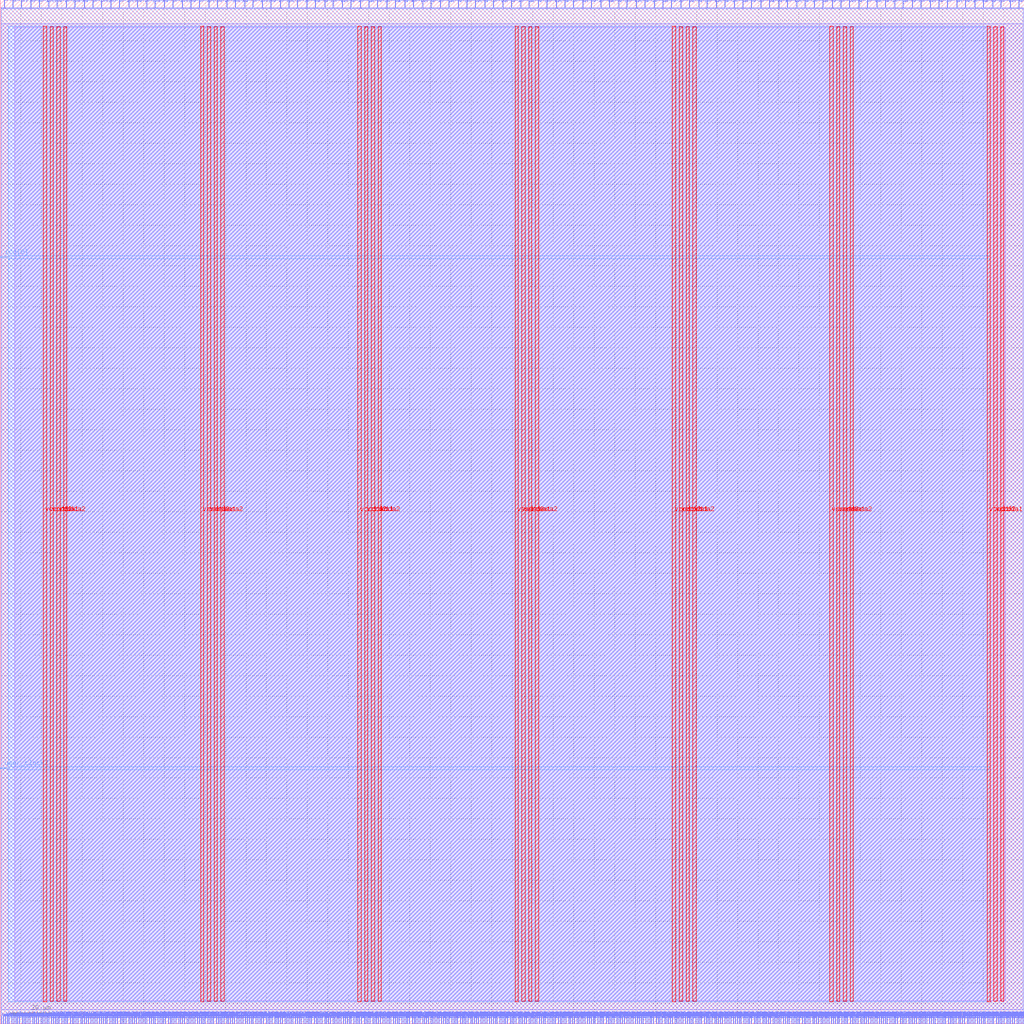
<source format=lef>
VERSION 5.7 ;
  NOWIREEXTENSIONATPIN ON ;
  DIVIDERCHAR "/" ;
  BUSBITCHARS "[]" ;
MACRO user_proj_example
  CLASS BLOCK ;
  FOREIGN user_proj_example ;
  ORIGIN 0.000 0.000 ;
  SIZE 500.000 BY 500.000 ;
  PIN io_in[0]
    DIRECTION INPUT ;
    USE SIGNAL ;
    PORT
      LAYER met2 ;
        RECT 1.930 496.000 2.210 500.000 ;
    END
  END io_in[0]
  PIN io_in[10]
    DIRECTION INPUT ;
    USE SIGNAL ;
    PORT
      LAYER met2 ;
        RECT 132.110 496.000 132.390 500.000 ;
    END
  END io_in[10]
  PIN io_in[11]
    DIRECTION INPUT ;
    USE SIGNAL ;
    PORT
      LAYER met2 ;
        RECT 144.990 496.000 145.270 500.000 ;
    END
  END io_in[11]
  PIN io_in[12]
    DIRECTION INPUT ;
    USE SIGNAL ;
    PORT
      LAYER met2 ;
        RECT 158.330 496.000 158.610 500.000 ;
    END
  END io_in[12]
  PIN io_in[13]
    DIRECTION INPUT ;
    USE SIGNAL ;
    PORT
      LAYER met2 ;
        RECT 171.210 496.000 171.490 500.000 ;
    END
  END io_in[13]
  PIN io_in[14]
    DIRECTION INPUT ;
    USE SIGNAL ;
    PORT
      LAYER met2 ;
        RECT 184.090 496.000 184.370 500.000 ;
    END
  END io_in[14]
  PIN io_in[15]
    DIRECTION INPUT ;
    USE SIGNAL ;
    PORT
      LAYER met2 ;
        RECT 197.430 496.000 197.710 500.000 ;
    END
  END io_in[15]
  PIN io_in[16]
    DIRECTION INPUT ;
    USE SIGNAL ;
    PORT
      LAYER met2 ;
        RECT 210.310 496.000 210.590 500.000 ;
    END
  END io_in[16]
  PIN io_in[17]
    DIRECTION INPUT ;
    USE SIGNAL ;
    PORT
      LAYER met2 ;
        RECT 223.650 496.000 223.930 500.000 ;
    END
  END io_in[17]
  PIN io_in[18]
    DIRECTION INPUT ;
    USE SIGNAL ;
    PORT
      LAYER met2 ;
        RECT 236.530 496.000 236.810 500.000 ;
    END
  END io_in[18]
  PIN io_in[19]
    DIRECTION INPUT ;
    USE SIGNAL ;
    PORT
      LAYER met2 ;
        RECT 249.410 496.000 249.690 500.000 ;
    END
  END io_in[19]
  PIN io_in[1]
    DIRECTION INPUT ;
    USE SIGNAL ;
    PORT
      LAYER met2 ;
        RECT 14.810 496.000 15.090 500.000 ;
    END
  END io_in[1]
  PIN io_in[20]
    DIRECTION INPUT ;
    USE SIGNAL ;
    PORT
      LAYER met2 ;
        RECT 262.750 496.000 263.030 500.000 ;
    END
  END io_in[20]
  PIN io_in[21]
    DIRECTION INPUT ;
    USE SIGNAL ;
    PORT
      LAYER met2 ;
        RECT 275.630 496.000 275.910 500.000 ;
    END
  END io_in[21]
  PIN io_in[22]
    DIRECTION INPUT ;
    USE SIGNAL ;
    PORT
      LAYER met2 ;
        RECT 288.510 496.000 288.790 500.000 ;
    END
  END io_in[22]
  PIN io_in[23]
    DIRECTION INPUT ;
    USE SIGNAL ;
    PORT
      LAYER met2 ;
        RECT 301.850 496.000 302.130 500.000 ;
    END
  END io_in[23]
  PIN io_in[24]
    DIRECTION INPUT ;
    USE SIGNAL ;
    PORT
      LAYER met2 ;
        RECT 314.730 496.000 315.010 500.000 ;
    END
  END io_in[24]
  PIN io_in[25]
    DIRECTION INPUT ;
    USE SIGNAL ;
    PORT
      LAYER met2 ;
        RECT 327.610 496.000 327.890 500.000 ;
    END
  END io_in[25]
  PIN io_in[26]
    DIRECTION INPUT ;
    USE SIGNAL ;
    PORT
      LAYER met2 ;
        RECT 340.950 496.000 341.230 500.000 ;
    END
  END io_in[26]
  PIN io_in[27]
    DIRECTION INPUT ;
    USE SIGNAL ;
    PORT
      LAYER met2 ;
        RECT 353.830 496.000 354.110 500.000 ;
    END
  END io_in[27]
  PIN io_in[28]
    DIRECTION INPUT ;
    USE SIGNAL ;
    PORT
      LAYER met2 ;
        RECT 366.710 496.000 366.990 500.000 ;
    END
  END io_in[28]
  PIN io_in[29]
    DIRECTION INPUT ;
    USE SIGNAL ;
    PORT
      LAYER met2 ;
        RECT 380.050 496.000 380.330 500.000 ;
    END
  END io_in[29]
  PIN io_in[2]
    DIRECTION INPUT ;
    USE SIGNAL ;
    PORT
      LAYER met2 ;
        RECT 27.690 496.000 27.970 500.000 ;
    END
  END io_in[2]
  PIN io_in[30]
    DIRECTION INPUT ;
    USE SIGNAL ;
    PORT
      LAYER met2 ;
        RECT 392.930 496.000 393.210 500.000 ;
    END
  END io_in[30]
  PIN io_in[31]
    DIRECTION INPUT ;
    USE SIGNAL ;
    PORT
      LAYER met2 ;
        RECT 406.270 496.000 406.550 500.000 ;
    END
  END io_in[31]
  PIN io_in[32]
    DIRECTION INPUT ;
    USE SIGNAL ;
    PORT
      LAYER met2 ;
        RECT 419.150 496.000 419.430 500.000 ;
    END
  END io_in[32]
  PIN io_in[33]
    DIRECTION INPUT ;
    USE SIGNAL ;
    PORT
      LAYER met2 ;
        RECT 432.030 496.000 432.310 500.000 ;
    END
  END io_in[33]
  PIN io_in[34]
    DIRECTION INPUT ;
    USE SIGNAL ;
    PORT
      LAYER met2 ;
        RECT 445.370 496.000 445.650 500.000 ;
    END
  END io_in[34]
  PIN io_in[35]
    DIRECTION INPUT ;
    USE SIGNAL ;
    PORT
      LAYER met2 ;
        RECT 458.250 496.000 458.530 500.000 ;
    END
  END io_in[35]
  PIN io_in[36]
    DIRECTION INPUT ;
    USE SIGNAL ;
    PORT
      LAYER met2 ;
        RECT 471.130 496.000 471.410 500.000 ;
    END
  END io_in[36]
  PIN io_in[37]
    DIRECTION INPUT ;
    USE SIGNAL ;
    PORT
      LAYER met2 ;
        RECT 484.470 496.000 484.750 500.000 ;
    END
  END io_in[37]
  PIN io_in[3]
    DIRECTION INPUT ;
    USE SIGNAL ;
    PORT
      LAYER met2 ;
        RECT 41.030 496.000 41.310 500.000 ;
    END
  END io_in[3]
  PIN io_in[4]
    DIRECTION INPUT ;
    USE SIGNAL ;
    PORT
      LAYER met2 ;
        RECT 53.910 496.000 54.190 500.000 ;
    END
  END io_in[4]
  PIN io_in[5]
    DIRECTION INPUT ;
    USE SIGNAL ;
    PORT
      LAYER met2 ;
        RECT 66.790 496.000 67.070 500.000 ;
    END
  END io_in[5]
  PIN io_in[6]
    DIRECTION INPUT ;
    USE SIGNAL ;
    PORT
      LAYER met2 ;
        RECT 80.130 496.000 80.410 500.000 ;
    END
  END io_in[6]
  PIN io_in[7]
    DIRECTION INPUT ;
    USE SIGNAL ;
    PORT
      LAYER met2 ;
        RECT 93.010 496.000 93.290 500.000 ;
    END
  END io_in[7]
  PIN io_in[8]
    DIRECTION INPUT ;
    USE SIGNAL ;
    PORT
      LAYER met2 ;
        RECT 105.890 496.000 106.170 500.000 ;
    END
  END io_in[8]
  PIN io_in[9]
    DIRECTION INPUT ;
    USE SIGNAL ;
    PORT
      LAYER met2 ;
        RECT 119.230 496.000 119.510 500.000 ;
    END
  END io_in[9]
  PIN io_oeb[0]
    DIRECTION OUTPUT TRISTATE ;
    USE SIGNAL ;
    PORT
      LAYER met2 ;
        RECT 6.070 496.000 6.350 500.000 ;
    END
  END io_oeb[0]
  PIN io_oeb[10]
    DIRECTION OUTPUT TRISTATE ;
    USE SIGNAL ;
    PORT
      LAYER met2 ;
        RECT 136.710 496.000 136.990 500.000 ;
    END
  END io_oeb[10]
  PIN io_oeb[11]
    DIRECTION OUTPUT TRISTATE ;
    USE SIGNAL ;
    PORT
      LAYER met2 ;
        RECT 149.590 496.000 149.870 500.000 ;
    END
  END io_oeb[11]
  PIN io_oeb[12]
    DIRECTION OUTPUT TRISTATE ;
    USE SIGNAL ;
    PORT
      LAYER met2 ;
        RECT 162.470 496.000 162.750 500.000 ;
    END
  END io_oeb[12]
  PIN io_oeb[13]
    DIRECTION OUTPUT TRISTATE ;
    USE SIGNAL ;
    PORT
      LAYER met2 ;
        RECT 175.810 496.000 176.090 500.000 ;
    END
  END io_oeb[13]
  PIN io_oeb[14]
    DIRECTION OUTPUT TRISTATE ;
    USE SIGNAL ;
    PORT
      LAYER met2 ;
        RECT 188.690 496.000 188.970 500.000 ;
    END
  END io_oeb[14]
  PIN io_oeb[15]
    DIRECTION OUTPUT TRISTATE ;
    USE SIGNAL ;
    PORT
      LAYER met2 ;
        RECT 201.570 496.000 201.850 500.000 ;
    END
  END io_oeb[15]
  PIN io_oeb[16]
    DIRECTION OUTPUT TRISTATE ;
    USE SIGNAL ;
    PORT
      LAYER met2 ;
        RECT 214.910 496.000 215.190 500.000 ;
    END
  END io_oeb[16]
  PIN io_oeb[17]
    DIRECTION OUTPUT TRISTATE ;
    USE SIGNAL ;
    PORT
      LAYER met2 ;
        RECT 227.790 496.000 228.070 500.000 ;
    END
  END io_oeb[17]
  PIN io_oeb[18]
    DIRECTION OUTPUT TRISTATE ;
    USE SIGNAL ;
    PORT
      LAYER met2 ;
        RECT 240.670 496.000 240.950 500.000 ;
    END
  END io_oeb[18]
  PIN io_oeb[19]
    DIRECTION OUTPUT TRISTATE ;
    USE SIGNAL ;
    PORT
      LAYER met2 ;
        RECT 254.010 496.000 254.290 500.000 ;
    END
  END io_oeb[19]
  PIN io_oeb[1]
    DIRECTION OUTPUT TRISTATE ;
    USE SIGNAL ;
    PORT
      LAYER met2 ;
        RECT 18.950 496.000 19.230 500.000 ;
    END
  END io_oeb[1]
  PIN io_oeb[20]
    DIRECTION OUTPUT TRISTATE ;
    USE SIGNAL ;
    PORT
      LAYER met2 ;
        RECT 266.890 496.000 267.170 500.000 ;
    END
  END io_oeb[20]
  PIN io_oeb[21]
    DIRECTION OUTPUT TRISTATE ;
    USE SIGNAL ;
    PORT
      LAYER met2 ;
        RECT 279.770 496.000 280.050 500.000 ;
    END
  END io_oeb[21]
  PIN io_oeb[22]
    DIRECTION OUTPUT TRISTATE ;
    USE SIGNAL ;
    PORT
      LAYER met2 ;
        RECT 293.110 496.000 293.390 500.000 ;
    END
  END io_oeb[22]
  PIN io_oeb[23]
    DIRECTION OUTPUT TRISTATE ;
    USE SIGNAL ;
    PORT
      LAYER met2 ;
        RECT 305.990 496.000 306.270 500.000 ;
    END
  END io_oeb[23]
  PIN io_oeb[24]
    DIRECTION OUTPUT TRISTATE ;
    USE SIGNAL ;
    PORT
      LAYER met2 ;
        RECT 319.330 496.000 319.610 500.000 ;
    END
  END io_oeb[24]
  PIN io_oeb[25]
    DIRECTION OUTPUT TRISTATE ;
    USE SIGNAL ;
    PORT
      LAYER met2 ;
        RECT 332.210 496.000 332.490 500.000 ;
    END
  END io_oeb[25]
  PIN io_oeb[26]
    DIRECTION OUTPUT TRISTATE ;
    USE SIGNAL ;
    PORT
      LAYER met2 ;
        RECT 345.090 496.000 345.370 500.000 ;
    END
  END io_oeb[26]
  PIN io_oeb[27]
    DIRECTION OUTPUT TRISTATE ;
    USE SIGNAL ;
    PORT
      LAYER met2 ;
        RECT 358.430 496.000 358.710 500.000 ;
    END
  END io_oeb[27]
  PIN io_oeb[28]
    DIRECTION OUTPUT TRISTATE ;
    USE SIGNAL ;
    PORT
      LAYER met2 ;
        RECT 371.310 496.000 371.590 500.000 ;
    END
  END io_oeb[28]
  PIN io_oeb[29]
    DIRECTION OUTPUT TRISTATE ;
    USE SIGNAL ;
    PORT
      LAYER met2 ;
        RECT 384.190 496.000 384.470 500.000 ;
    END
  END io_oeb[29]
  PIN io_oeb[2]
    DIRECTION OUTPUT TRISTATE ;
    USE SIGNAL ;
    PORT
      LAYER met2 ;
        RECT 32.290 496.000 32.570 500.000 ;
    END
  END io_oeb[2]
  PIN io_oeb[30]
    DIRECTION OUTPUT TRISTATE ;
    USE SIGNAL ;
    PORT
      LAYER met2 ;
        RECT 397.530 496.000 397.810 500.000 ;
    END
  END io_oeb[30]
  PIN io_oeb[31]
    DIRECTION OUTPUT TRISTATE ;
    USE SIGNAL ;
    PORT
      LAYER met2 ;
        RECT 410.410 496.000 410.690 500.000 ;
    END
  END io_oeb[31]
  PIN io_oeb[32]
    DIRECTION OUTPUT TRISTATE ;
    USE SIGNAL ;
    PORT
      LAYER met2 ;
        RECT 423.290 496.000 423.570 500.000 ;
    END
  END io_oeb[32]
  PIN io_oeb[33]
    DIRECTION OUTPUT TRISTATE ;
    USE SIGNAL ;
    PORT
      LAYER met2 ;
        RECT 436.630 496.000 436.910 500.000 ;
    END
  END io_oeb[33]
  PIN io_oeb[34]
    DIRECTION OUTPUT TRISTATE ;
    USE SIGNAL ;
    PORT
      LAYER met2 ;
        RECT 449.510 496.000 449.790 500.000 ;
    END
  END io_oeb[34]
  PIN io_oeb[35]
    DIRECTION OUTPUT TRISTATE ;
    USE SIGNAL ;
    PORT
      LAYER met2 ;
        RECT 462.390 496.000 462.670 500.000 ;
    END
  END io_oeb[35]
  PIN io_oeb[36]
    DIRECTION OUTPUT TRISTATE ;
    USE SIGNAL ;
    PORT
      LAYER met2 ;
        RECT 475.730 496.000 476.010 500.000 ;
    END
  END io_oeb[36]
  PIN io_oeb[37]
    DIRECTION OUTPUT TRISTATE ;
    USE SIGNAL ;
    PORT
      LAYER met2 ;
        RECT 488.610 496.000 488.890 500.000 ;
    END
  END io_oeb[37]
  PIN io_oeb[3]
    DIRECTION OUTPUT TRISTATE ;
    USE SIGNAL ;
    PORT
      LAYER met2 ;
        RECT 45.170 496.000 45.450 500.000 ;
    END
  END io_oeb[3]
  PIN io_oeb[4]
    DIRECTION OUTPUT TRISTATE ;
    USE SIGNAL ;
    PORT
      LAYER met2 ;
        RECT 58.050 496.000 58.330 500.000 ;
    END
  END io_oeb[4]
  PIN io_oeb[5]
    DIRECTION OUTPUT TRISTATE ;
    USE SIGNAL ;
    PORT
      LAYER met2 ;
        RECT 71.390 496.000 71.670 500.000 ;
    END
  END io_oeb[5]
  PIN io_oeb[6]
    DIRECTION OUTPUT TRISTATE ;
    USE SIGNAL ;
    PORT
      LAYER met2 ;
        RECT 84.270 496.000 84.550 500.000 ;
    END
  END io_oeb[6]
  PIN io_oeb[7]
    DIRECTION OUTPUT TRISTATE ;
    USE SIGNAL ;
    PORT
      LAYER met2 ;
        RECT 97.150 496.000 97.430 500.000 ;
    END
  END io_oeb[7]
  PIN io_oeb[8]
    DIRECTION OUTPUT TRISTATE ;
    USE SIGNAL ;
    PORT
      LAYER met2 ;
        RECT 110.490 496.000 110.770 500.000 ;
    END
  END io_oeb[8]
  PIN io_oeb[9]
    DIRECTION OUTPUT TRISTATE ;
    USE SIGNAL ;
    PORT
      LAYER met2 ;
        RECT 123.370 496.000 123.650 500.000 ;
    END
  END io_oeb[9]
  PIN io_out[0]
    DIRECTION OUTPUT TRISTATE ;
    USE SIGNAL ;
    PORT
      LAYER met2 ;
        RECT 10.210 496.000 10.490 500.000 ;
    END
  END io_out[0]
  PIN io_out[10]
    DIRECTION OUTPUT TRISTATE ;
    USE SIGNAL ;
    PORT
      LAYER met2 ;
        RECT 140.850 496.000 141.130 500.000 ;
    END
  END io_out[10]
  PIN io_out[11]
    DIRECTION OUTPUT TRISTATE ;
    USE SIGNAL ;
    PORT
      LAYER met2 ;
        RECT 153.730 496.000 154.010 500.000 ;
    END
  END io_out[11]
  PIN io_out[12]
    DIRECTION OUTPUT TRISTATE ;
    USE SIGNAL ;
    PORT
      LAYER met2 ;
        RECT 167.070 496.000 167.350 500.000 ;
    END
  END io_out[12]
  PIN io_out[13]
    DIRECTION OUTPUT TRISTATE ;
    USE SIGNAL ;
    PORT
      LAYER met2 ;
        RECT 179.950 496.000 180.230 500.000 ;
    END
  END io_out[13]
  PIN io_out[14]
    DIRECTION OUTPUT TRISTATE ;
    USE SIGNAL ;
    PORT
      LAYER met2 ;
        RECT 192.830 496.000 193.110 500.000 ;
    END
  END io_out[14]
  PIN io_out[15]
    DIRECTION OUTPUT TRISTATE ;
    USE SIGNAL ;
    PORT
      LAYER met2 ;
        RECT 206.170 496.000 206.450 500.000 ;
    END
  END io_out[15]
  PIN io_out[16]
    DIRECTION OUTPUT TRISTATE ;
    USE SIGNAL ;
    PORT
      LAYER met2 ;
        RECT 219.050 496.000 219.330 500.000 ;
    END
  END io_out[16]
  PIN io_out[17]
    DIRECTION OUTPUT TRISTATE ;
    USE SIGNAL ;
    PORT
      LAYER met2 ;
        RECT 231.930 496.000 232.210 500.000 ;
    END
  END io_out[17]
  PIN io_out[18]
    DIRECTION OUTPUT TRISTATE ;
    USE SIGNAL ;
    PORT
      LAYER met2 ;
        RECT 245.270 496.000 245.550 500.000 ;
    END
  END io_out[18]
  PIN io_out[19]
    DIRECTION OUTPUT TRISTATE ;
    USE SIGNAL ;
    PORT
      LAYER met2 ;
        RECT 258.150 496.000 258.430 500.000 ;
    END
  END io_out[19]
  PIN io_out[1]
    DIRECTION OUTPUT TRISTATE ;
    USE SIGNAL ;
    PORT
      LAYER met2 ;
        RECT 23.550 496.000 23.830 500.000 ;
    END
  END io_out[1]
  PIN io_out[20]
    DIRECTION OUTPUT TRISTATE ;
    USE SIGNAL ;
    PORT
      LAYER met2 ;
        RECT 271.490 496.000 271.770 500.000 ;
    END
  END io_out[20]
  PIN io_out[21]
    DIRECTION OUTPUT TRISTATE ;
    USE SIGNAL ;
    PORT
      LAYER met2 ;
        RECT 284.370 496.000 284.650 500.000 ;
    END
  END io_out[21]
  PIN io_out[22]
    DIRECTION OUTPUT TRISTATE ;
    USE SIGNAL ;
    PORT
      LAYER met2 ;
        RECT 297.250 496.000 297.530 500.000 ;
    END
  END io_out[22]
  PIN io_out[23]
    DIRECTION OUTPUT TRISTATE ;
    USE SIGNAL ;
    PORT
      LAYER met2 ;
        RECT 310.590 496.000 310.870 500.000 ;
    END
  END io_out[23]
  PIN io_out[24]
    DIRECTION OUTPUT TRISTATE ;
    USE SIGNAL ;
    PORT
      LAYER met2 ;
        RECT 323.470 496.000 323.750 500.000 ;
    END
  END io_out[24]
  PIN io_out[25]
    DIRECTION OUTPUT TRISTATE ;
    USE SIGNAL ;
    PORT
      LAYER met2 ;
        RECT 336.350 496.000 336.630 500.000 ;
    END
  END io_out[25]
  PIN io_out[26]
    DIRECTION OUTPUT TRISTATE ;
    USE SIGNAL ;
    PORT
      LAYER met2 ;
        RECT 349.690 496.000 349.970 500.000 ;
    END
  END io_out[26]
  PIN io_out[27]
    DIRECTION OUTPUT TRISTATE ;
    USE SIGNAL ;
    PORT
      LAYER met2 ;
        RECT 362.570 496.000 362.850 500.000 ;
    END
  END io_out[27]
  PIN io_out[28]
    DIRECTION OUTPUT TRISTATE ;
    USE SIGNAL ;
    PORT
      LAYER met2 ;
        RECT 375.450 496.000 375.730 500.000 ;
    END
  END io_out[28]
  PIN io_out[29]
    DIRECTION OUTPUT TRISTATE ;
    USE SIGNAL ;
    PORT
      LAYER met2 ;
        RECT 388.790 496.000 389.070 500.000 ;
    END
  END io_out[29]
  PIN io_out[2]
    DIRECTION OUTPUT TRISTATE ;
    USE SIGNAL ;
    PORT
      LAYER met2 ;
        RECT 36.430 496.000 36.710 500.000 ;
    END
  END io_out[2]
  PIN io_out[30]
    DIRECTION OUTPUT TRISTATE ;
    USE SIGNAL ;
    PORT
      LAYER met2 ;
        RECT 401.670 496.000 401.950 500.000 ;
    END
  END io_out[30]
  PIN io_out[31]
    DIRECTION OUTPUT TRISTATE ;
    USE SIGNAL ;
    PORT
      LAYER met2 ;
        RECT 414.550 496.000 414.830 500.000 ;
    END
  END io_out[31]
  PIN io_out[32]
    DIRECTION OUTPUT TRISTATE ;
    USE SIGNAL ;
    PORT
      LAYER met2 ;
        RECT 427.890 496.000 428.170 500.000 ;
    END
  END io_out[32]
  PIN io_out[33]
    DIRECTION OUTPUT TRISTATE ;
    USE SIGNAL ;
    PORT
      LAYER met2 ;
        RECT 440.770 496.000 441.050 500.000 ;
    END
  END io_out[33]
  PIN io_out[34]
    DIRECTION OUTPUT TRISTATE ;
    USE SIGNAL ;
    PORT
      LAYER met2 ;
        RECT 454.110 496.000 454.390 500.000 ;
    END
  END io_out[34]
  PIN io_out[35]
    DIRECTION OUTPUT TRISTATE ;
    USE SIGNAL ;
    PORT
      LAYER met2 ;
        RECT 466.990 496.000 467.270 500.000 ;
    END
  END io_out[35]
  PIN io_out[36]
    DIRECTION OUTPUT TRISTATE ;
    USE SIGNAL ;
    PORT
      LAYER met2 ;
        RECT 479.870 496.000 480.150 500.000 ;
    END
  END io_out[36]
  PIN io_out[37]
    DIRECTION OUTPUT TRISTATE ;
    USE SIGNAL ;
    PORT
      LAYER met2 ;
        RECT 493.210 496.000 493.490 500.000 ;
    END
  END io_out[37]
  PIN io_out[3]
    DIRECTION OUTPUT TRISTATE ;
    USE SIGNAL ;
    PORT
      LAYER met2 ;
        RECT 49.310 496.000 49.590 500.000 ;
    END
  END io_out[3]
  PIN io_out[4]
    DIRECTION OUTPUT TRISTATE ;
    USE SIGNAL ;
    PORT
      LAYER met2 ;
        RECT 62.650 496.000 62.930 500.000 ;
    END
  END io_out[4]
  PIN io_out[5]
    DIRECTION OUTPUT TRISTATE ;
    USE SIGNAL ;
    PORT
      LAYER met2 ;
        RECT 75.530 496.000 75.810 500.000 ;
    END
  END io_out[5]
  PIN io_out[6]
    DIRECTION OUTPUT TRISTATE ;
    USE SIGNAL ;
    PORT
      LAYER met2 ;
        RECT 88.870 496.000 89.150 500.000 ;
    END
  END io_out[6]
  PIN io_out[7]
    DIRECTION OUTPUT TRISTATE ;
    USE SIGNAL ;
    PORT
      LAYER met2 ;
        RECT 101.750 496.000 102.030 500.000 ;
    END
  END io_out[7]
  PIN io_out[8]
    DIRECTION OUTPUT TRISTATE ;
    USE SIGNAL ;
    PORT
      LAYER met2 ;
        RECT 114.630 496.000 114.910 500.000 ;
    END
  END io_out[8]
  PIN io_out[9]
    DIRECTION OUTPUT TRISTATE ;
    USE SIGNAL ;
    PORT
      LAYER met2 ;
        RECT 127.970 496.000 128.250 500.000 ;
    END
  END io_out[9]
  PIN irq[0]
    DIRECTION OUTPUT TRISTATE ;
    USE SIGNAL ;
    PORT
      LAYER met3 ;
        RECT 0.000 374.040 4.000 374.640 ;
    END
  END irq[0]
  PIN irq[1]
    DIRECTION OUTPUT TRISTATE ;
    USE SIGNAL ;
    PORT
      LAYER met2 ;
        RECT 497.350 496.000 497.630 500.000 ;
    END
  END irq[1]
  PIN irq[2]
    DIRECTION OUTPUT TRISTATE ;
    USE SIGNAL ;
    PORT
      LAYER met2 ;
        RECT 499.190 0.000 499.470 4.000 ;
    END
  END irq[2]
  PIN la_data_in[0]
    DIRECTION INPUT ;
    USE SIGNAL ;
    PORT
      LAYER met2 ;
        RECT 108.190 0.000 108.470 4.000 ;
    END
  END la_data_in[0]
  PIN la_data_in[100]
    DIRECTION INPUT ;
    USE SIGNAL ;
    PORT
      LAYER met2 ;
        RECT 413.630 0.000 413.910 4.000 ;
    END
  END la_data_in[100]
  PIN la_data_in[101]
    DIRECTION INPUT ;
    USE SIGNAL ;
    PORT
      LAYER met2 ;
        RECT 416.850 0.000 417.130 4.000 ;
    END
  END la_data_in[101]
  PIN la_data_in[102]
    DIRECTION INPUT ;
    USE SIGNAL ;
    PORT
      LAYER met2 ;
        RECT 420.070 0.000 420.350 4.000 ;
    END
  END la_data_in[102]
  PIN la_data_in[103]
    DIRECTION INPUT ;
    USE SIGNAL ;
    PORT
      LAYER met2 ;
        RECT 422.830 0.000 423.110 4.000 ;
    END
  END la_data_in[103]
  PIN la_data_in[104]
    DIRECTION INPUT ;
    USE SIGNAL ;
    PORT
      LAYER met2 ;
        RECT 426.050 0.000 426.330 4.000 ;
    END
  END la_data_in[104]
  PIN la_data_in[105]
    DIRECTION INPUT ;
    USE SIGNAL ;
    PORT
      LAYER met2 ;
        RECT 429.270 0.000 429.550 4.000 ;
    END
  END la_data_in[105]
  PIN la_data_in[106]
    DIRECTION INPUT ;
    USE SIGNAL ;
    PORT
      LAYER met2 ;
        RECT 432.030 0.000 432.310 4.000 ;
    END
  END la_data_in[106]
  PIN la_data_in[107]
    DIRECTION INPUT ;
    USE SIGNAL ;
    PORT
      LAYER met2 ;
        RECT 435.250 0.000 435.530 4.000 ;
    END
  END la_data_in[107]
  PIN la_data_in[108]
    DIRECTION INPUT ;
    USE SIGNAL ;
    PORT
      LAYER met2 ;
        RECT 438.010 0.000 438.290 4.000 ;
    END
  END la_data_in[108]
  PIN la_data_in[109]
    DIRECTION INPUT ;
    USE SIGNAL ;
    PORT
      LAYER met2 ;
        RECT 441.230 0.000 441.510 4.000 ;
    END
  END la_data_in[109]
  PIN la_data_in[10]
    DIRECTION INPUT ;
    USE SIGNAL ;
    PORT
      LAYER met2 ;
        RECT 139.010 0.000 139.290 4.000 ;
    END
  END la_data_in[10]
  PIN la_data_in[110]
    DIRECTION INPUT ;
    USE SIGNAL ;
    PORT
      LAYER met2 ;
        RECT 444.450 0.000 444.730 4.000 ;
    END
  END la_data_in[110]
  PIN la_data_in[111]
    DIRECTION INPUT ;
    USE SIGNAL ;
    PORT
      LAYER met2 ;
        RECT 447.210 0.000 447.490 4.000 ;
    END
  END la_data_in[111]
  PIN la_data_in[112]
    DIRECTION INPUT ;
    USE SIGNAL ;
    PORT
      LAYER met2 ;
        RECT 450.430 0.000 450.710 4.000 ;
    END
  END la_data_in[112]
  PIN la_data_in[113]
    DIRECTION INPUT ;
    USE SIGNAL ;
    PORT
      LAYER met2 ;
        RECT 453.650 0.000 453.930 4.000 ;
    END
  END la_data_in[113]
  PIN la_data_in[114]
    DIRECTION INPUT ;
    USE SIGNAL ;
    PORT
      LAYER met2 ;
        RECT 456.410 0.000 456.690 4.000 ;
    END
  END la_data_in[114]
  PIN la_data_in[115]
    DIRECTION INPUT ;
    USE SIGNAL ;
    PORT
      LAYER met2 ;
        RECT 459.630 0.000 459.910 4.000 ;
    END
  END la_data_in[115]
  PIN la_data_in[116]
    DIRECTION INPUT ;
    USE SIGNAL ;
    PORT
      LAYER met2 ;
        RECT 462.850 0.000 463.130 4.000 ;
    END
  END la_data_in[116]
  PIN la_data_in[117]
    DIRECTION INPUT ;
    USE SIGNAL ;
    PORT
      LAYER met2 ;
        RECT 465.610 0.000 465.890 4.000 ;
    END
  END la_data_in[117]
  PIN la_data_in[118]
    DIRECTION INPUT ;
    USE SIGNAL ;
    PORT
      LAYER met2 ;
        RECT 468.830 0.000 469.110 4.000 ;
    END
  END la_data_in[118]
  PIN la_data_in[119]
    DIRECTION INPUT ;
    USE SIGNAL ;
    PORT
      LAYER met2 ;
        RECT 472.050 0.000 472.330 4.000 ;
    END
  END la_data_in[119]
  PIN la_data_in[11]
    DIRECTION INPUT ;
    USE SIGNAL ;
    PORT
      LAYER met2 ;
        RECT 141.770 0.000 142.050 4.000 ;
    END
  END la_data_in[11]
  PIN la_data_in[120]
    DIRECTION INPUT ;
    USE SIGNAL ;
    PORT
      LAYER met2 ;
        RECT 474.810 0.000 475.090 4.000 ;
    END
  END la_data_in[120]
  PIN la_data_in[121]
    DIRECTION INPUT ;
    USE SIGNAL ;
    PORT
      LAYER met2 ;
        RECT 478.030 0.000 478.310 4.000 ;
    END
  END la_data_in[121]
  PIN la_data_in[122]
    DIRECTION INPUT ;
    USE SIGNAL ;
    PORT
      LAYER met2 ;
        RECT 480.790 0.000 481.070 4.000 ;
    END
  END la_data_in[122]
  PIN la_data_in[123]
    DIRECTION INPUT ;
    USE SIGNAL ;
    PORT
      LAYER met2 ;
        RECT 484.010 0.000 484.290 4.000 ;
    END
  END la_data_in[123]
  PIN la_data_in[124]
    DIRECTION INPUT ;
    USE SIGNAL ;
    PORT
      LAYER met2 ;
        RECT 487.230 0.000 487.510 4.000 ;
    END
  END la_data_in[124]
  PIN la_data_in[125]
    DIRECTION INPUT ;
    USE SIGNAL ;
    PORT
      LAYER met2 ;
        RECT 489.990 0.000 490.270 4.000 ;
    END
  END la_data_in[125]
  PIN la_data_in[126]
    DIRECTION INPUT ;
    USE SIGNAL ;
    PORT
      LAYER met2 ;
        RECT 493.210 0.000 493.490 4.000 ;
    END
  END la_data_in[126]
  PIN la_data_in[127]
    DIRECTION INPUT ;
    USE SIGNAL ;
    PORT
      LAYER met2 ;
        RECT 496.430 0.000 496.710 4.000 ;
    END
  END la_data_in[127]
  PIN la_data_in[12]
    DIRECTION INPUT ;
    USE SIGNAL ;
    PORT
      LAYER met2 ;
        RECT 144.990 0.000 145.270 4.000 ;
    END
  END la_data_in[12]
  PIN la_data_in[13]
    DIRECTION INPUT ;
    USE SIGNAL ;
    PORT
      LAYER met2 ;
        RECT 148.210 0.000 148.490 4.000 ;
    END
  END la_data_in[13]
  PIN la_data_in[14]
    DIRECTION INPUT ;
    USE SIGNAL ;
    PORT
      LAYER met2 ;
        RECT 150.970 0.000 151.250 4.000 ;
    END
  END la_data_in[14]
  PIN la_data_in[15]
    DIRECTION INPUT ;
    USE SIGNAL ;
    PORT
      LAYER met2 ;
        RECT 154.190 0.000 154.470 4.000 ;
    END
  END la_data_in[15]
  PIN la_data_in[16]
    DIRECTION INPUT ;
    USE SIGNAL ;
    PORT
      LAYER met2 ;
        RECT 156.950 0.000 157.230 4.000 ;
    END
  END la_data_in[16]
  PIN la_data_in[17]
    DIRECTION INPUT ;
    USE SIGNAL ;
    PORT
      LAYER met2 ;
        RECT 160.170 0.000 160.450 4.000 ;
    END
  END la_data_in[17]
  PIN la_data_in[18]
    DIRECTION INPUT ;
    USE SIGNAL ;
    PORT
      LAYER met2 ;
        RECT 163.390 0.000 163.670 4.000 ;
    END
  END la_data_in[18]
  PIN la_data_in[19]
    DIRECTION INPUT ;
    USE SIGNAL ;
    PORT
      LAYER met2 ;
        RECT 166.150 0.000 166.430 4.000 ;
    END
  END la_data_in[19]
  PIN la_data_in[1]
    DIRECTION INPUT ;
    USE SIGNAL ;
    PORT
      LAYER met2 ;
        RECT 111.410 0.000 111.690 4.000 ;
    END
  END la_data_in[1]
  PIN la_data_in[20]
    DIRECTION INPUT ;
    USE SIGNAL ;
    PORT
      LAYER met2 ;
        RECT 169.370 0.000 169.650 4.000 ;
    END
  END la_data_in[20]
  PIN la_data_in[21]
    DIRECTION INPUT ;
    USE SIGNAL ;
    PORT
      LAYER met2 ;
        RECT 172.590 0.000 172.870 4.000 ;
    END
  END la_data_in[21]
  PIN la_data_in[22]
    DIRECTION INPUT ;
    USE SIGNAL ;
    PORT
      LAYER met2 ;
        RECT 175.350 0.000 175.630 4.000 ;
    END
  END la_data_in[22]
  PIN la_data_in[23]
    DIRECTION INPUT ;
    USE SIGNAL ;
    PORT
      LAYER met2 ;
        RECT 178.570 0.000 178.850 4.000 ;
    END
  END la_data_in[23]
  PIN la_data_in[24]
    DIRECTION INPUT ;
    USE SIGNAL ;
    PORT
      LAYER met2 ;
        RECT 181.790 0.000 182.070 4.000 ;
    END
  END la_data_in[24]
  PIN la_data_in[25]
    DIRECTION INPUT ;
    USE SIGNAL ;
    PORT
      LAYER met2 ;
        RECT 184.550 0.000 184.830 4.000 ;
    END
  END la_data_in[25]
  PIN la_data_in[26]
    DIRECTION INPUT ;
    USE SIGNAL ;
    PORT
      LAYER met2 ;
        RECT 187.770 0.000 188.050 4.000 ;
    END
  END la_data_in[26]
  PIN la_data_in[27]
    DIRECTION INPUT ;
    USE SIGNAL ;
    PORT
      LAYER met2 ;
        RECT 190.530 0.000 190.810 4.000 ;
    END
  END la_data_in[27]
  PIN la_data_in[28]
    DIRECTION INPUT ;
    USE SIGNAL ;
    PORT
      LAYER met2 ;
        RECT 193.750 0.000 194.030 4.000 ;
    END
  END la_data_in[28]
  PIN la_data_in[29]
    DIRECTION INPUT ;
    USE SIGNAL ;
    PORT
      LAYER met2 ;
        RECT 196.970 0.000 197.250 4.000 ;
    END
  END la_data_in[29]
  PIN la_data_in[2]
    DIRECTION INPUT ;
    USE SIGNAL ;
    PORT
      LAYER met2 ;
        RECT 114.170 0.000 114.450 4.000 ;
    END
  END la_data_in[2]
  PIN la_data_in[30]
    DIRECTION INPUT ;
    USE SIGNAL ;
    PORT
      LAYER met2 ;
        RECT 199.730 0.000 200.010 4.000 ;
    END
  END la_data_in[30]
  PIN la_data_in[31]
    DIRECTION INPUT ;
    USE SIGNAL ;
    PORT
      LAYER met2 ;
        RECT 202.950 0.000 203.230 4.000 ;
    END
  END la_data_in[31]
  PIN la_data_in[32]
    DIRECTION INPUT ;
    USE SIGNAL ;
    PORT
      LAYER met2 ;
        RECT 206.170 0.000 206.450 4.000 ;
    END
  END la_data_in[32]
  PIN la_data_in[33]
    DIRECTION INPUT ;
    USE SIGNAL ;
    PORT
      LAYER met2 ;
        RECT 208.930 0.000 209.210 4.000 ;
    END
  END la_data_in[33]
  PIN la_data_in[34]
    DIRECTION INPUT ;
    USE SIGNAL ;
    PORT
      LAYER met2 ;
        RECT 212.150 0.000 212.430 4.000 ;
    END
  END la_data_in[34]
  PIN la_data_in[35]
    DIRECTION INPUT ;
    USE SIGNAL ;
    PORT
      LAYER met2 ;
        RECT 215.370 0.000 215.650 4.000 ;
    END
  END la_data_in[35]
  PIN la_data_in[36]
    DIRECTION INPUT ;
    USE SIGNAL ;
    PORT
      LAYER met2 ;
        RECT 218.130 0.000 218.410 4.000 ;
    END
  END la_data_in[36]
  PIN la_data_in[37]
    DIRECTION INPUT ;
    USE SIGNAL ;
    PORT
      LAYER met2 ;
        RECT 221.350 0.000 221.630 4.000 ;
    END
  END la_data_in[37]
  PIN la_data_in[38]
    DIRECTION INPUT ;
    USE SIGNAL ;
    PORT
      LAYER met2 ;
        RECT 224.570 0.000 224.850 4.000 ;
    END
  END la_data_in[38]
  PIN la_data_in[39]
    DIRECTION INPUT ;
    USE SIGNAL ;
    PORT
      LAYER met2 ;
        RECT 227.330 0.000 227.610 4.000 ;
    END
  END la_data_in[39]
  PIN la_data_in[3]
    DIRECTION INPUT ;
    USE SIGNAL ;
    PORT
      LAYER met2 ;
        RECT 117.390 0.000 117.670 4.000 ;
    END
  END la_data_in[3]
  PIN la_data_in[40]
    DIRECTION INPUT ;
    USE SIGNAL ;
    PORT
      LAYER met2 ;
        RECT 230.550 0.000 230.830 4.000 ;
    END
  END la_data_in[40]
  PIN la_data_in[41]
    DIRECTION INPUT ;
    USE SIGNAL ;
    PORT
      LAYER met2 ;
        RECT 233.310 0.000 233.590 4.000 ;
    END
  END la_data_in[41]
  PIN la_data_in[42]
    DIRECTION INPUT ;
    USE SIGNAL ;
    PORT
      LAYER met2 ;
        RECT 236.530 0.000 236.810 4.000 ;
    END
  END la_data_in[42]
  PIN la_data_in[43]
    DIRECTION INPUT ;
    USE SIGNAL ;
    PORT
      LAYER met2 ;
        RECT 239.750 0.000 240.030 4.000 ;
    END
  END la_data_in[43]
  PIN la_data_in[44]
    DIRECTION INPUT ;
    USE SIGNAL ;
    PORT
      LAYER met2 ;
        RECT 242.510 0.000 242.790 4.000 ;
    END
  END la_data_in[44]
  PIN la_data_in[45]
    DIRECTION INPUT ;
    USE SIGNAL ;
    PORT
      LAYER met2 ;
        RECT 245.730 0.000 246.010 4.000 ;
    END
  END la_data_in[45]
  PIN la_data_in[46]
    DIRECTION INPUT ;
    USE SIGNAL ;
    PORT
      LAYER met2 ;
        RECT 248.950 0.000 249.230 4.000 ;
    END
  END la_data_in[46]
  PIN la_data_in[47]
    DIRECTION INPUT ;
    USE SIGNAL ;
    PORT
      LAYER met2 ;
        RECT 251.710 0.000 251.990 4.000 ;
    END
  END la_data_in[47]
  PIN la_data_in[48]
    DIRECTION INPUT ;
    USE SIGNAL ;
    PORT
      LAYER met2 ;
        RECT 254.930 0.000 255.210 4.000 ;
    END
  END la_data_in[48]
  PIN la_data_in[49]
    DIRECTION INPUT ;
    USE SIGNAL ;
    PORT
      LAYER met2 ;
        RECT 258.150 0.000 258.430 4.000 ;
    END
  END la_data_in[49]
  PIN la_data_in[4]
    DIRECTION INPUT ;
    USE SIGNAL ;
    PORT
      LAYER met2 ;
        RECT 120.610 0.000 120.890 4.000 ;
    END
  END la_data_in[4]
  PIN la_data_in[50]
    DIRECTION INPUT ;
    USE SIGNAL ;
    PORT
      LAYER met2 ;
        RECT 260.910 0.000 261.190 4.000 ;
    END
  END la_data_in[50]
  PIN la_data_in[51]
    DIRECTION INPUT ;
    USE SIGNAL ;
    PORT
      LAYER met2 ;
        RECT 264.130 0.000 264.410 4.000 ;
    END
  END la_data_in[51]
  PIN la_data_in[52]
    DIRECTION INPUT ;
    USE SIGNAL ;
    PORT
      LAYER met2 ;
        RECT 267.350 0.000 267.630 4.000 ;
    END
  END la_data_in[52]
  PIN la_data_in[53]
    DIRECTION INPUT ;
    USE SIGNAL ;
    PORT
      LAYER met2 ;
        RECT 270.110 0.000 270.390 4.000 ;
    END
  END la_data_in[53]
  PIN la_data_in[54]
    DIRECTION INPUT ;
    USE SIGNAL ;
    PORT
      LAYER met2 ;
        RECT 273.330 0.000 273.610 4.000 ;
    END
  END la_data_in[54]
  PIN la_data_in[55]
    DIRECTION INPUT ;
    USE SIGNAL ;
    PORT
      LAYER met2 ;
        RECT 276.090 0.000 276.370 4.000 ;
    END
  END la_data_in[55]
  PIN la_data_in[56]
    DIRECTION INPUT ;
    USE SIGNAL ;
    PORT
      LAYER met2 ;
        RECT 279.310 0.000 279.590 4.000 ;
    END
  END la_data_in[56]
  PIN la_data_in[57]
    DIRECTION INPUT ;
    USE SIGNAL ;
    PORT
      LAYER met2 ;
        RECT 282.530 0.000 282.810 4.000 ;
    END
  END la_data_in[57]
  PIN la_data_in[58]
    DIRECTION INPUT ;
    USE SIGNAL ;
    PORT
      LAYER met2 ;
        RECT 285.290 0.000 285.570 4.000 ;
    END
  END la_data_in[58]
  PIN la_data_in[59]
    DIRECTION INPUT ;
    USE SIGNAL ;
    PORT
      LAYER met2 ;
        RECT 288.510 0.000 288.790 4.000 ;
    END
  END la_data_in[59]
  PIN la_data_in[5]
    DIRECTION INPUT ;
    USE SIGNAL ;
    PORT
      LAYER met2 ;
        RECT 123.370 0.000 123.650 4.000 ;
    END
  END la_data_in[5]
  PIN la_data_in[60]
    DIRECTION INPUT ;
    USE SIGNAL ;
    PORT
      LAYER met2 ;
        RECT 291.730 0.000 292.010 4.000 ;
    END
  END la_data_in[60]
  PIN la_data_in[61]
    DIRECTION INPUT ;
    USE SIGNAL ;
    PORT
      LAYER met2 ;
        RECT 294.490 0.000 294.770 4.000 ;
    END
  END la_data_in[61]
  PIN la_data_in[62]
    DIRECTION INPUT ;
    USE SIGNAL ;
    PORT
      LAYER met2 ;
        RECT 297.710 0.000 297.990 4.000 ;
    END
  END la_data_in[62]
  PIN la_data_in[63]
    DIRECTION INPUT ;
    USE SIGNAL ;
    PORT
      LAYER met2 ;
        RECT 300.930 0.000 301.210 4.000 ;
    END
  END la_data_in[63]
  PIN la_data_in[64]
    DIRECTION INPUT ;
    USE SIGNAL ;
    PORT
      LAYER met2 ;
        RECT 303.690 0.000 303.970 4.000 ;
    END
  END la_data_in[64]
  PIN la_data_in[65]
    DIRECTION INPUT ;
    USE SIGNAL ;
    PORT
      LAYER met2 ;
        RECT 306.910 0.000 307.190 4.000 ;
    END
  END la_data_in[65]
  PIN la_data_in[66]
    DIRECTION INPUT ;
    USE SIGNAL ;
    PORT
      LAYER met2 ;
        RECT 310.130 0.000 310.410 4.000 ;
    END
  END la_data_in[66]
  PIN la_data_in[67]
    DIRECTION INPUT ;
    USE SIGNAL ;
    PORT
      LAYER met2 ;
        RECT 312.890 0.000 313.170 4.000 ;
    END
  END la_data_in[67]
  PIN la_data_in[68]
    DIRECTION INPUT ;
    USE SIGNAL ;
    PORT
      LAYER met2 ;
        RECT 316.110 0.000 316.390 4.000 ;
    END
  END la_data_in[68]
  PIN la_data_in[69]
    DIRECTION INPUT ;
    USE SIGNAL ;
    PORT
      LAYER met2 ;
        RECT 318.870 0.000 319.150 4.000 ;
    END
  END la_data_in[69]
  PIN la_data_in[6]
    DIRECTION INPUT ;
    USE SIGNAL ;
    PORT
      LAYER met2 ;
        RECT 126.590 0.000 126.870 4.000 ;
    END
  END la_data_in[6]
  PIN la_data_in[70]
    DIRECTION INPUT ;
    USE SIGNAL ;
    PORT
      LAYER met2 ;
        RECT 322.090 0.000 322.370 4.000 ;
    END
  END la_data_in[70]
  PIN la_data_in[71]
    DIRECTION INPUT ;
    USE SIGNAL ;
    PORT
      LAYER met2 ;
        RECT 325.310 0.000 325.590 4.000 ;
    END
  END la_data_in[71]
  PIN la_data_in[72]
    DIRECTION INPUT ;
    USE SIGNAL ;
    PORT
      LAYER met2 ;
        RECT 328.070 0.000 328.350 4.000 ;
    END
  END la_data_in[72]
  PIN la_data_in[73]
    DIRECTION INPUT ;
    USE SIGNAL ;
    PORT
      LAYER met2 ;
        RECT 331.290 0.000 331.570 4.000 ;
    END
  END la_data_in[73]
  PIN la_data_in[74]
    DIRECTION INPUT ;
    USE SIGNAL ;
    PORT
      LAYER met2 ;
        RECT 334.510 0.000 334.790 4.000 ;
    END
  END la_data_in[74]
  PIN la_data_in[75]
    DIRECTION INPUT ;
    USE SIGNAL ;
    PORT
      LAYER met2 ;
        RECT 337.270 0.000 337.550 4.000 ;
    END
  END la_data_in[75]
  PIN la_data_in[76]
    DIRECTION INPUT ;
    USE SIGNAL ;
    PORT
      LAYER met2 ;
        RECT 340.490 0.000 340.770 4.000 ;
    END
  END la_data_in[76]
  PIN la_data_in[77]
    DIRECTION INPUT ;
    USE SIGNAL ;
    PORT
      LAYER met2 ;
        RECT 343.710 0.000 343.990 4.000 ;
    END
  END la_data_in[77]
  PIN la_data_in[78]
    DIRECTION INPUT ;
    USE SIGNAL ;
    PORT
      LAYER met2 ;
        RECT 346.470 0.000 346.750 4.000 ;
    END
  END la_data_in[78]
  PIN la_data_in[79]
    DIRECTION INPUT ;
    USE SIGNAL ;
    PORT
      LAYER met2 ;
        RECT 349.690 0.000 349.970 4.000 ;
    END
  END la_data_in[79]
  PIN la_data_in[7]
    DIRECTION INPUT ;
    USE SIGNAL ;
    PORT
      LAYER met2 ;
        RECT 129.810 0.000 130.090 4.000 ;
    END
  END la_data_in[7]
  PIN la_data_in[80]
    DIRECTION INPUT ;
    USE SIGNAL ;
    PORT
      LAYER met2 ;
        RECT 352.450 0.000 352.730 4.000 ;
    END
  END la_data_in[80]
  PIN la_data_in[81]
    DIRECTION INPUT ;
    USE SIGNAL ;
    PORT
      LAYER met2 ;
        RECT 355.670 0.000 355.950 4.000 ;
    END
  END la_data_in[81]
  PIN la_data_in[82]
    DIRECTION INPUT ;
    USE SIGNAL ;
    PORT
      LAYER met2 ;
        RECT 358.890 0.000 359.170 4.000 ;
    END
  END la_data_in[82]
  PIN la_data_in[83]
    DIRECTION INPUT ;
    USE SIGNAL ;
    PORT
      LAYER met2 ;
        RECT 361.650 0.000 361.930 4.000 ;
    END
  END la_data_in[83]
  PIN la_data_in[84]
    DIRECTION INPUT ;
    USE SIGNAL ;
    PORT
      LAYER met2 ;
        RECT 364.870 0.000 365.150 4.000 ;
    END
  END la_data_in[84]
  PIN la_data_in[85]
    DIRECTION INPUT ;
    USE SIGNAL ;
    PORT
      LAYER met2 ;
        RECT 368.090 0.000 368.370 4.000 ;
    END
  END la_data_in[85]
  PIN la_data_in[86]
    DIRECTION INPUT ;
    USE SIGNAL ;
    PORT
      LAYER met2 ;
        RECT 370.850 0.000 371.130 4.000 ;
    END
  END la_data_in[86]
  PIN la_data_in[87]
    DIRECTION INPUT ;
    USE SIGNAL ;
    PORT
      LAYER met2 ;
        RECT 374.070 0.000 374.350 4.000 ;
    END
  END la_data_in[87]
  PIN la_data_in[88]
    DIRECTION INPUT ;
    USE SIGNAL ;
    PORT
      LAYER met2 ;
        RECT 377.290 0.000 377.570 4.000 ;
    END
  END la_data_in[88]
  PIN la_data_in[89]
    DIRECTION INPUT ;
    USE SIGNAL ;
    PORT
      LAYER met2 ;
        RECT 380.050 0.000 380.330 4.000 ;
    END
  END la_data_in[89]
  PIN la_data_in[8]
    DIRECTION INPUT ;
    USE SIGNAL ;
    PORT
      LAYER met2 ;
        RECT 132.570 0.000 132.850 4.000 ;
    END
  END la_data_in[8]
  PIN la_data_in[90]
    DIRECTION INPUT ;
    USE SIGNAL ;
    PORT
      LAYER met2 ;
        RECT 383.270 0.000 383.550 4.000 ;
    END
  END la_data_in[90]
  PIN la_data_in[91]
    DIRECTION INPUT ;
    USE SIGNAL ;
    PORT
      LAYER met2 ;
        RECT 386.490 0.000 386.770 4.000 ;
    END
  END la_data_in[91]
  PIN la_data_in[92]
    DIRECTION INPUT ;
    USE SIGNAL ;
    PORT
      LAYER met2 ;
        RECT 389.250 0.000 389.530 4.000 ;
    END
  END la_data_in[92]
  PIN la_data_in[93]
    DIRECTION INPUT ;
    USE SIGNAL ;
    PORT
      LAYER met2 ;
        RECT 392.470 0.000 392.750 4.000 ;
    END
  END la_data_in[93]
  PIN la_data_in[94]
    DIRECTION INPUT ;
    USE SIGNAL ;
    PORT
      LAYER met2 ;
        RECT 395.230 0.000 395.510 4.000 ;
    END
  END la_data_in[94]
  PIN la_data_in[95]
    DIRECTION INPUT ;
    USE SIGNAL ;
    PORT
      LAYER met2 ;
        RECT 398.450 0.000 398.730 4.000 ;
    END
  END la_data_in[95]
  PIN la_data_in[96]
    DIRECTION INPUT ;
    USE SIGNAL ;
    PORT
      LAYER met2 ;
        RECT 401.670 0.000 401.950 4.000 ;
    END
  END la_data_in[96]
  PIN la_data_in[97]
    DIRECTION INPUT ;
    USE SIGNAL ;
    PORT
      LAYER met2 ;
        RECT 404.430 0.000 404.710 4.000 ;
    END
  END la_data_in[97]
  PIN la_data_in[98]
    DIRECTION INPUT ;
    USE SIGNAL ;
    PORT
      LAYER met2 ;
        RECT 407.650 0.000 407.930 4.000 ;
    END
  END la_data_in[98]
  PIN la_data_in[99]
    DIRECTION INPUT ;
    USE SIGNAL ;
    PORT
      LAYER met2 ;
        RECT 410.870 0.000 411.150 4.000 ;
    END
  END la_data_in[99]
  PIN la_data_in[9]
    DIRECTION INPUT ;
    USE SIGNAL ;
    PORT
      LAYER met2 ;
        RECT 135.790 0.000 136.070 4.000 ;
    END
  END la_data_in[9]
  PIN la_data_out[0]
    DIRECTION OUTPUT TRISTATE ;
    USE SIGNAL ;
    PORT
      LAYER met2 ;
        RECT 109.110 0.000 109.390 4.000 ;
    END
  END la_data_out[0]
  PIN la_data_out[100]
    DIRECTION OUTPUT TRISTATE ;
    USE SIGNAL ;
    PORT
      LAYER met2 ;
        RECT 415.010 0.000 415.290 4.000 ;
    END
  END la_data_out[100]
  PIN la_data_out[101]
    DIRECTION OUTPUT TRISTATE ;
    USE SIGNAL ;
    PORT
      LAYER met2 ;
        RECT 417.770 0.000 418.050 4.000 ;
    END
  END la_data_out[101]
  PIN la_data_out[102]
    DIRECTION OUTPUT TRISTATE ;
    USE SIGNAL ;
    PORT
      LAYER met2 ;
        RECT 420.990 0.000 421.270 4.000 ;
    END
  END la_data_out[102]
  PIN la_data_out[103]
    DIRECTION OUTPUT TRISTATE ;
    USE SIGNAL ;
    PORT
      LAYER met2 ;
        RECT 423.750 0.000 424.030 4.000 ;
    END
  END la_data_out[103]
  PIN la_data_out[104]
    DIRECTION OUTPUT TRISTATE ;
    USE SIGNAL ;
    PORT
      LAYER met2 ;
        RECT 426.970 0.000 427.250 4.000 ;
    END
  END la_data_out[104]
  PIN la_data_out[105]
    DIRECTION OUTPUT TRISTATE ;
    USE SIGNAL ;
    PORT
      LAYER met2 ;
        RECT 430.190 0.000 430.470 4.000 ;
    END
  END la_data_out[105]
  PIN la_data_out[106]
    DIRECTION OUTPUT TRISTATE ;
    USE SIGNAL ;
    PORT
      LAYER met2 ;
        RECT 432.950 0.000 433.230 4.000 ;
    END
  END la_data_out[106]
  PIN la_data_out[107]
    DIRECTION OUTPUT TRISTATE ;
    USE SIGNAL ;
    PORT
      LAYER met2 ;
        RECT 436.170 0.000 436.450 4.000 ;
    END
  END la_data_out[107]
  PIN la_data_out[108]
    DIRECTION OUTPUT TRISTATE ;
    USE SIGNAL ;
    PORT
      LAYER met2 ;
        RECT 439.390 0.000 439.670 4.000 ;
    END
  END la_data_out[108]
  PIN la_data_out[109]
    DIRECTION OUTPUT TRISTATE ;
    USE SIGNAL ;
    PORT
      LAYER met2 ;
        RECT 442.150 0.000 442.430 4.000 ;
    END
  END la_data_out[109]
  PIN la_data_out[10]
    DIRECTION OUTPUT TRISTATE ;
    USE SIGNAL ;
    PORT
      LAYER met2 ;
        RECT 139.930 0.000 140.210 4.000 ;
    END
  END la_data_out[10]
  PIN la_data_out[110]
    DIRECTION OUTPUT TRISTATE ;
    USE SIGNAL ;
    PORT
      LAYER met2 ;
        RECT 445.370 0.000 445.650 4.000 ;
    END
  END la_data_out[110]
  PIN la_data_out[111]
    DIRECTION OUTPUT TRISTATE ;
    USE SIGNAL ;
    PORT
      LAYER met2 ;
        RECT 448.590 0.000 448.870 4.000 ;
    END
  END la_data_out[111]
  PIN la_data_out[112]
    DIRECTION OUTPUT TRISTATE ;
    USE SIGNAL ;
    PORT
      LAYER met2 ;
        RECT 451.350 0.000 451.630 4.000 ;
    END
  END la_data_out[112]
  PIN la_data_out[113]
    DIRECTION OUTPUT TRISTATE ;
    USE SIGNAL ;
    PORT
      LAYER met2 ;
        RECT 454.570 0.000 454.850 4.000 ;
    END
  END la_data_out[113]
  PIN la_data_out[114]
    DIRECTION OUTPUT TRISTATE ;
    USE SIGNAL ;
    PORT
      LAYER met2 ;
        RECT 457.790 0.000 458.070 4.000 ;
    END
  END la_data_out[114]
  PIN la_data_out[115]
    DIRECTION OUTPUT TRISTATE ;
    USE SIGNAL ;
    PORT
      LAYER met2 ;
        RECT 460.550 0.000 460.830 4.000 ;
    END
  END la_data_out[115]
  PIN la_data_out[116]
    DIRECTION OUTPUT TRISTATE ;
    USE SIGNAL ;
    PORT
      LAYER met2 ;
        RECT 463.770 0.000 464.050 4.000 ;
    END
  END la_data_out[116]
  PIN la_data_out[117]
    DIRECTION OUTPUT TRISTATE ;
    USE SIGNAL ;
    PORT
      LAYER met2 ;
        RECT 466.530 0.000 466.810 4.000 ;
    END
  END la_data_out[117]
  PIN la_data_out[118]
    DIRECTION OUTPUT TRISTATE ;
    USE SIGNAL ;
    PORT
      LAYER met2 ;
        RECT 469.750 0.000 470.030 4.000 ;
    END
  END la_data_out[118]
  PIN la_data_out[119]
    DIRECTION OUTPUT TRISTATE ;
    USE SIGNAL ;
    PORT
      LAYER met2 ;
        RECT 472.970 0.000 473.250 4.000 ;
    END
  END la_data_out[119]
  PIN la_data_out[11]
    DIRECTION OUTPUT TRISTATE ;
    USE SIGNAL ;
    PORT
      LAYER met2 ;
        RECT 142.690 0.000 142.970 4.000 ;
    END
  END la_data_out[11]
  PIN la_data_out[120]
    DIRECTION OUTPUT TRISTATE ;
    USE SIGNAL ;
    PORT
      LAYER met2 ;
        RECT 475.730 0.000 476.010 4.000 ;
    END
  END la_data_out[120]
  PIN la_data_out[121]
    DIRECTION OUTPUT TRISTATE ;
    USE SIGNAL ;
    PORT
      LAYER met2 ;
        RECT 478.950 0.000 479.230 4.000 ;
    END
  END la_data_out[121]
  PIN la_data_out[122]
    DIRECTION OUTPUT TRISTATE ;
    USE SIGNAL ;
    PORT
      LAYER met2 ;
        RECT 482.170 0.000 482.450 4.000 ;
    END
  END la_data_out[122]
  PIN la_data_out[123]
    DIRECTION OUTPUT TRISTATE ;
    USE SIGNAL ;
    PORT
      LAYER met2 ;
        RECT 484.930 0.000 485.210 4.000 ;
    END
  END la_data_out[123]
  PIN la_data_out[124]
    DIRECTION OUTPUT TRISTATE ;
    USE SIGNAL ;
    PORT
      LAYER met2 ;
        RECT 488.150 0.000 488.430 4.000 ;
    END
  END la_data_out[124]
  PIN la_data_out[125]
    DIRECTION OUTPUT TRISTATE ;
    USE SIGNAL ;
    PORT
      LAYER met2 ;
        RECT 491.370 0.000 491.650 4.000 ;
    END
  END la_data_out[125]
  PIN la_data_out[126]
    DIRECTION OUTPUT TRISTATE ;
    USE SIGNAL ;
    PORT
      LAYER met2 ;
        RECT 494.130 0.000 494.410 4.000 ;
    END
  END la_data_out[126]
  PIN la_data_out[127]
    DIRECTION OUTPUT TRISTATE ;
    USE SIGNAL ;
    PORT
      LAYER met2 ;
        RECT 497.350 0.000 497.630 4.000 ;
    END
  END la_data_out[127]
  PIN la_data_out[12]
    DIRECTION OUTPUT TRISTATE ;
    USE SIGNAL ;
    PORT
      LAYER met2 ;
        RECT 145.910 0.000 146.190 4.000 ;
    END
  END la_data_out[12]
  PIN la_data_out[13]
    DIRECTION OUTPUT TRISTATE ;
    USE SIGNAL ;
    PORT
      LAYER met2 ;
        RECT 149.130 0.000 149.410 4.000 ;
    END
  END la_data_out[13]
  PIN la_data_out[14]
    DIRECTION OUTPUT TRISTATE ;
    USE SIGNAL ;
    PORT
      LAYER met2 ;
        RECT 151.890 0.000 152.170 4.000 ;
    END
  END la_data_out[14]
  PIN la_data_out[15]
    DIRECTION OUTPUT TRISTATE ;
    USE SIGNAL ;
    PORT
      LAYER met2 ;
        RECT 155.110 0.000 155.390 4.000 ;
    END
  END la_data_out[15]
  PIN la_data_out[16]
    DIRECTION OUTPUT TRISTATE ;
    USE SIGNAL ;
    PORT
      LAYER met2 ;
        RECT 158.330 0.000 158.610 4.000 ;
    END
  END la_data_out[16]
  PIN la_data_out[17]
    DIRECTION OUTPUT TRISTATE ;
    USE SIGNAL ;
    PORT
      LAYER met2 ;
        RECT 161.090 0.000 161.370 4.000 ;
    END
  END la_data_out[17]
  PIN la_data_out[18]
    DIRECTION OUTPUT TRISTATE ;
    USE SIGNAL ;
    PORT
      LAYER met2 ;
        RECT 164.310 0.000 164.590 4.000 ;
    END
  END la_data_out[18]
  PIN la_data_out[19]
    DIRECTION OUTPUT TRISTATE ;
    USE SIGNAL ;
    PORT
      LAYER met2 ;
        RECT 167.530 0.000 167.810 4.000 ;
    END
  END la_data_out[19]
  PIN la_data_out[1]
    DIRECTION OUTPUT TRISTATE ;
    USE SIGNAL ;
    PORT
      LAYER met2 ;
        RECT 112.330 0.000 112.610 4.000 ;
    END
  END la_data_out[1]
  PIN la_data_out[20]
    DIRECTION OUTPUT TRISTATE ;
    USE SIGNAL ;
    PORT
      LAYER met2 ;
        RECT 170.290 0.000 170.570 4.000 ;
    END
  END la_data_out[20]
  PIN la_data_out[21]
    DIRECTION OUTPUT TRISTATE ;
    USE SIGNAL ;
    PORT
      LAYER met2 ;
        RECT 173.510 0.000 173.790 4.000 ;
    END
  END la_data_out[21]
  PIN la_data_out[22]
    DIRECTION OUTPUT TRISTATE ;
    USE SIGNAL ;
    PORT
      LAYER met2 ;
        RECT 176.270 0.000 176.550 4.000 ;
    END
  END la_data_out[22]
  PIN la_data_out[23]
    DIRECTION OUTPUT TRISTATE ;
    USE SIGNAL ;
    PORT
      LAYER met2 ;
        RECT 179.490 0.000 179.770 4.000 ;
    END
  END la_data_out[23]
  PIN la_data_out[24]
    DIRECTION OUTPUT TRISTATE ;
    USE SIGNAL ;
    PORT
      LAYER met2 ;
        RECT 182.710 0.000 182.990 4.000 ;
    END
  END la_data_out[24]
  PIN la_data_out[25]
    DIRECTION OUTPUT TRISTATE ;
    USE SIGNAL ;
    PORT
      LAYER met2 ;
        RECT 185.470 0.000 185.750 4.000 ;
    END
  END la_data_out[25]
  PIN la_data_out[26]
    DIRECTION OUTPUT TRISTATE ;
    USE SIGNAL ;
    PORT
      LAYER met2 ;
        RECT 188.690 0.000 188.970 4.000 ;
    END
  END la_data_out[26]
  PIN la_data_out[27]
    DIRECTION OUTPUT TRISTATE ;
    USE SIGNAL ;
    PORT
      LAYER met2 ;
        RECT 191.910 0.000 192.190 4.000 ;
    END
  END la_data_out[27]
  PIN la_data_out[28]
    DIRECTION OUTPUT TRISTATE ;
    USE SIGNAL ;
    PORT
      LAYER met2 ;
        RECT 194.670 0.000 194.950 4.000 ;
    END
  END la_data_out[28]
  PIN la_data_out[29]
    DIRECTION OUTPUT TRISTATE ;
    USE SIGNAL ;
    PORT
      LAYER met2 ;
        RECT 197.890 0.000 198.170 4.000 ;
    END
  END la_data_out[29]
  PIN la_data_out[2]
    DIRECTION OUTPUT TRISTATE ;
    USE SIGNAL ;
    PORT
      LAYER met2 ;
        RECT 115.550 0.000 115.830 4.000 ;
    END
  END la_data_out[2]
  PIN la_data_out[30]
    DIRECTION OUTPUT TRISTATE ;
    USE SIGNAL ;
    PORT
      LAYER met2 ;
        RECT 201.110 0.000 201.390 4.000 ;
    END
  END la_data_out[30]
  PIN la_data_out[31]
    DIRECTION OUTPUT TRISTATE ;
    USE SIGNAL ;
    PORT
      LAYER met2 ;
        RECT 203.870 0.000 204.150 4.000 ;
    END
  END la_data_out[31]
  PIN la_data_out[32]
    DIRECTION OUTPUT TRISTATE ;
    USE SIGNAL ;
    PORT
      LAYER met2 ;
        RECT 207.090 0.000 207.370 4.000 ;
    END
  END la_data_out[32]
  PIN la_data_out[33]
    DIRECTION OUTPUT TRISTATE ;
    USE SIGNAL ;
    PORT
      LAYER met2 ;
        RECT 210.310 0.000 210.590 4.000 ;
    END
  END la_data_out[33]
  PIN la_data_out[34]
    DIRECTION OUTPUT TRISTATE ;
    USE SIGNAL ;
    PORT
      LAYER met2 ;
        RECT 213.070 0.000 213.350 4.000 ;
    END
  END la_data_out[34]
  PIN la_data_out[35]
    DIRECTION OUTPUT TRISTATE ;
    USE SIGNAL ;
    PORT
      LAYER met2 ;
        RECT 216.290 0.000 216.570 4.000 ;
    END
  END la_data_out[35]
  PIN la_data_out[36]
    DIRECTION OUTPUT TRISTATE ;
    USE SIGNAL ;
    PORT
      LAYER met2 ;
        RECT 219.050 0.000 219.330 4.000 ;
    END
  END la_data_out[36]
  PIN la_data_out[37]
    DIRECTION OUTPUT TRISTATE ;
    USE SIGNAL ;
    PORT
      LAYER met2 ;
        RECT 222.270 0.000 222.550 4.000 ;
    END
  END la_data_out[37]
  PIN la_data_out[38]
    DIRECTION OUTPUT TRISTATE ;
    USE SIGNAL ;
    PORT
      LAYER met2 ;
        RECT 225.490 0.000 225.770 4.000 ;
    END
  END la_data_out[38]
  PIN la_data_out[39]
    DIRECTION OUTPUT TRISTATE ;
    USE SIGNAL ;
    PORT
      LAYER met2 ;
        RECT 228.250 0.000 228.530 4.000 ;
    END
  END la_data_out[39]
  PIN la_data_out[3]
    DIRECTION OUTPUT TRISTATE ;
    USE SIGNAL ;
    PORT
      LAYER met2 ;
        RECT 118.310 0.000 118.590 4.000 ;
    END
  END la_data_out[3]
  PIN la_data_out[40]
    DIRECTION OUTPUT TRISTATE ;
    USE SIGNAL ;
    PORT
      LAYER met2 ;
        RECT 231.470 0.000 231.750 4.000 ;
    END
  END la_data_out[40]
  PIN la_data_out[41]
    DIRECTION OUTPUT TRISTATE ;
    USE SIGNAL ;
    PORT
      LAYER met2 ;
        RECT 234.690 0.000 234.970 4.000 ;
    END
  END la_data_out[41]
  PIN la_data_out[42]
    DIRECTION OUTPUT TRISTATE ;
    USE SIGNAL ;
    PORT
      LAYER met2 ;
        RECT 237.450 0.000 237.730 4.000 ;
    END
  END la_data_out[42]
  PIN la_data_out[43]
    DIRECTION OUTPUT TRISTATE ;
    USE SIGNAL ;
    PORT
      LAYER met2 ;
        RECT 240.670 0.000 240.950 4.000 ;
    END
  END la_data_out[43]
  PIN la_data_out[44]
    DIRECTION OUTPUT TRISTATE ;
    USE SIGNAL ;
    PORT
      LAYER met2 ;
        RECT 243.890 0.000 244.170 4.000 ;
    END
  END la_data_out[44]
  PIN la_data_out[45]
    DIRECTION OUTPUT TRISTATE ;
    USE SIGNAL ;
    PORT
      LAYER met2 ;
        RECT 246.650 0.000 246.930 4.000 ;
    END
  END la_data_out[45]
  PIN la_data_out[46]
    DIRECTION OUTPUT TRISTATE ;
    USE SIGNAL ;
    PORT
      LAYER met2 ;
        RECT 249.870 0.000 250.150 4.000 ;
    END
  END la_data_out[46]
  PIN la_data_out[47]
    DIRECTION OUTPUT TRISTATE ;
    USE SIGNAL ;
    PORT
      LAYER met2 ;
        RECT 253.090 0.000 253.370 4.000 ;
    END
  END la_data_out[47]
  PIN la_data_out[48]
    DIRECTION OUTPUT TRISTATE ;
    USE SIGNAL ;
    PORT
      LAYER met2 ;
        RECT 255.850 0.000 256.130 4.000 ;
    END
  END la_data_out[48]
  PIN la_data_out[49]
    DIRECTION OUTPUT TRISTATE ;
    USE SIGNAL ;
    PORT
      LAYER met2 ;
        RECT 259.070 0.000 259.350 4.000 ;
    END
  END la_data_out[49]
  PIN la_data_out[4]
    DIRECTION OUTPUT TRISTATE ;
    USE SIGNAL ;
    PORT
      LAYER met2 ;
        RECT 121.530 0.000 121.810 4.000 ;
    END
  END la_data_out[4]
  PIN la_data_out[50]
    DIRECTION OUTPUT TRISTATE ;
    USE SIGNAL ;
    PORT
      LAYER met2 ;
        RECT 261.830 0.000 262.110 4.000 ;
    END
  END la_data_out[50]
  PIN la_data_out[51]
    DIRECTION OUTPUT TRISTATE ;
    USE SIGNAL ;
    PORT
      LAYER met2 ;
        RECT 265.050 0.000 265.330 4.000 ;
    END
  END la_data_out[51]
  PIN la_data_out[52]
    DIRECTION OUTPUT TRISTATE ;
    USE SIGNAL ;
    PORT
      LAYER met2 ;
        RECT 268.270 0.000 268.550 4.000 ;
    END
  END la_data_out[52]
  PIN la_data_out[53]
    DIRECTION OUTPUT TRISTATE ;
    USE SIGNAL ;
    PORT
      LAYER met2 ;
        RECT 271.030 0.000 271.310 4.000 ;
    END
  END la_data_out[53]
  PIN la_data_out[54]
    DIRECTION OUTPUT TRISTATE ;
    USE SIGNAL ;
    PORT
      LAYER met2 ;
        RECT 274.250 0.000 274.530 4.000 ;
    END
  END la_data_out[54]
  PIN la_data_out[55]
    DIRECTION OUTPUT TRISTATE ;
    USE SIGNAL ;
    PORT
      LAYER met2 ;
        RECT 277.470 0.000 277.750 4.000 ;
    END
  END la_data_out[55]
  PIN la_data_out[56]
    DIRECTION OUTPUT TRISTATE ;
    USE SIGNAL ;
    PORT
      LAYER met2 ;
        RECT 280.230 0.000 280.510 4.000 ;
    END
  END la_data_out[56]
  PIN la_data_out[57]
    DIRECTION OUTPUT TRISTATE ;
    USE SIGNAL ;
    PORT
      LAYER met2 ;
        RECT 283.450 0.000 283.730 4.000 ;
    END
  END la_data_out[57]
  PIN la_data_out[58]
    DIRECTION OUTPUT TRISTATE ;
    USE SIGNAL ;
    PORT
      LAYER met2 ;
        RECT 286.670 0.000 286.950 4.000 ;
    END
  END la_data_out[58]
  PIN la_data_out[59]
    DIRECTION OUTPUT TRISTATE ;
    USE SIGNAL ;
    PORT
      LAYER met2 ;
        RECT 289.430 0.000 289.710 4.000 ;
    END
  END la_data_out[59]
  PIN la_data_out[5]
    DIRECTION OUTPUT TRISTATE ;
    USE SIGNAL ;
    PORT
      LAYER met2 ;
        RECT 124.750 0.000 125.030 4.000 ;
    END
  END la_data_out[5]
  PIN la_data_out[60]
    DIRECTION OUTPUT TRISTATE ;
    USE SIGNAL ;
    PORT
      LAYER met2 ;
        RECT 292.650 0.000 292.930 4.000 ;
    END
  END la_data_out[60]
  PIN la_data_out[61]
    DIRECTION OUTPUT TRISTATE ;
    USE SIGNAL ;
    PORT
      LAYER met2 ;
        RECT 295.870 0.000 296.150 4.000 ;
    END
  END la_data_out[61]
  PIN la_data_out[62]
    DIRECTION OUTPUT TRISTATE ;
    USE SIGNAL ;
    PORT
      LAYER met2 ;
        RECT 298.630 0.000 298.910 4.000 ;
    END
  END la_data_out[62]
  PIN la_data_out[63]
    DIRECTION OUTPUT TRISTATE ;
    USE SIGNAL ;
    PORT
      LAYER met2 ;
        RECT 301.850 0.000 302.130 4.000 ;
    END
  END la_data_out[63]
  PIN la_data_out[64]
    DIRECTION OUTPUT TRISTATE ;
    USE SIGNAL ;
    PORT
      LAYER met2 ;
        RECT 304.610 0.000 304.890 4.000 ;
    END
  END la_data_out[64]
  PIN la_data_out[65]
    DIRECTION OUTPUT TRISTATE ;
    USE SIGNAL ;
    PORT
      LAYER met2 ;
        RECT 307.830 0.000 308.110 4.000 ;
    END
  END la_data_out[65]
  PIN la_data_out[66]
    DIRECTION OUTPUT TRISTATE ;
    USE SIGNAL ;
    PORT
      LAYER met2 ;
        RECT 311.050 0.000 311.330 4.000 ;
    END
  END la_data_out[66]
  PIN la_data_out[67]
    DIRECTION OUTPUT TRISTATE ;
    USE SIGNAL ;
    PORT
      LAYER met2 ;
        RECT 313.810 0.000 314.090 4.000 ;
    END
  END la_data_out[67]
  PIN la_data_out[68]
    DIRECTION OUTPUT TRISTATE ;
    USE SIGNAL ;
    PORT
      LAYER met2 ;
        RECT 317.030 0.000 317.310 4.000 ;
    END
  END la_data_out[68]
  PIN la_data_out[69]
    DIRECTION OUTPUT TRISTATE ;
    USE SIGNAL ;
    PORT
      LAYER met2 ;
        RECT 320.250 0.000 320.530 4.000 ;
    END
  END la_data_out[69]
  PIN la_data_out[6]
    DIRECTION OUTPUT TRISTATE ;
    USE SIGNAL ;
    PORT
      LAYER met2 ;
        RECT 127.510 0.000 127.790 4.000 ;
    END
  END la_data_out[6]
  PIN la_data_out[70]
    DIRECTION OUTPUT TRISTATE ;
    USE SIGNAL ;
    PORT
      LAYER met2 ;
        RECT 323.010 0.000 323.290 4.000 ;
    END
  END la_data_out[70]
  PIN la_data_out[71]
    DIRECTION OUTPUT TRISTATE ;
    USE SIGNAL ;
    PORT
      LAYER met2 ;
        RECT 326.230 0.000 326.510 4.000 ;
    END
  END la_data_out[71]
  PIN la_data_out[72]
    DIRECTION OUTPUT TRISTATE ;
    USE SIGNAL ;
    PORT
      LAYER met2 ;
        RECT 329.450 0.000 329.730 4.000 ;
    END
  END la_data_out[72]
  PIN la_data_out[73]
    DIRECTION OUTPUT TRISTATE ;
    USE SIGNAL ;
    PORT
      LAYER met2 ;
        RECT 332.210 0.000 332.490 4.000 ;
    END
  END la_data_out[73]
  PIN la_data_out[74]
    DIRECTION OUTPUT TRISTATE ;
    USE SIGNAL ;
    PORT
      LAYER met2 ;
        RECT 335.430 0.000 335.710 4.000 ;
    END
  END la_data_out[74]
  PIN la_data_out[75]
    DIRECTION OUTPUT TRISTATE ;
    USE SIGNAL ;
    PORT
      LAYER met2 ;
        RECT 338.190 0.000 338.470 4.000 ;
    END
  END la_data_out[75]
  PIN la_data_out[76]
    DIRECTION OUTPUT TRISTATE ;
    USE SIGNAL ;
    PORT
      LAYER met2 ;
        RECT 341.410 0.000 341.690 4.000 ;
    END
  END la_data_out[76]
  PIN la_data_out[77]
    DIRECTION OUTPUT TRISTATE ;
    USE SIGNAL ;
    PORT
      LAYER met2 ;
        RECT 344.630 0.000 344.910 4.000 ;
    END
  END la_data_out[77]
  PIN la_data_out[78]
    DIRECTION OUTPUT TRISTATE ;
    USE SIGNAL ;
    PORT
      LAYER met2 ;
        RECT 347.390 0.000 347.670 4.000 ;
    END
  END la_data_out[78]
  PIN la_data_out[79]
    DIRECTION OUTPUT TRISTATE ;
    USE SIGNAL ;
    PORT
      LAYER met2 ;
        RECT 350.610 0.000 350.890 4.000 ;
    END
  END la_data_out[79]
  PIN la_data_out[7]
    DIRECTION OUTPUT TRISTATE ;
    USE SIGNAL ;
    PORT
      LAYER met2 ;
        RECT 130.730 0.000 131.010 4.000 ;
    END
  END la_data_out[7]
  PIN la_data_out[80]
    DIRECTION OUTPUT TRISTATE ;
    USE SIGNAL ;
    PORT
      LAYER met2 ;
        RECT 353.830 0.000 354.110 4.000 ;
    END
  END la_data_out[80]
  PIN la_data_out[81]
    DIRECTION OUTPUT TRISTATE ;
    USE SIGNAL ;
    PORT
      LAYER met2 ;
        RECT 356.590 0.000 356.870 4.000 ;
    END
  END la_data_out[81]
  PIN la_data_out[82]
    DIRECTION OUTPUT TRISTATE ;
    USE SIGNAL ;
    PORT
      LAYER met2 ;
        RECT 359.810 0.000 360.090 4.000 ;
    END
  END la_data_out[82]
  PIN la_data_out[83]
    DIRECTION OUTPUT TRISTATE ;
    USE SIGNAL ;
    PORT
      LAYER met2 ;
        RECT 363.030 0.000 363.310 4.000 ;
    END
  END la_data_out[83]
  PIN la_data_out[84]
    DIRECTION OUTPUT TRISTATE ;
    USE SIGNAL ;
    PORT
      LAYER met2 ;
        RECT 365.790 0.000 366.070 4.000 ;
    END
  END la_data_out[84]
  PIN la_data_out[85]
    DIRECTION OUTPUT TRISTATE ;
    USE SIGNAL ;
    PORT
      LAYER met2 ;
        RECT 369.010 0.000 369.290 4.000 ;
    END
  END la_data_out[85]
  PIN la_data_out[86]
    DIRECTION OUTPUT TRISTATE ;
    USE SIGNAL ;
    PORT
      LAYER met2 ;
        RECT 372.230 0.000 372.510 4.000 ;
    END
  END la_data_out[86]
  PIN la_data_out[87]
    DIRECTION OUTPUT TRISTATE ;
    USE SIGNAL ;
    PORT
      LAYER met2 ;
        RECT 374.990 0.000 375.270 4.000 ;
    END
  END la_data_out[87]
  PIN la_data_out[88]
    DIRECTION OUTPUT TRISTATE ;
    USE SIGNAL ;
    PORT
      LAYER met2 ;
        RECT 378.210 0.000 378.490 4.000 ;
    END
  END la_data_out[88]
  PIN la_data_out[89]
    DIRECTION OUTPUT TRISTATE ;
    USE SIGNAL ;
    PORT
      LAYER met2 ;
        RECT 380.970 0.000 381.250 4.000 ;
    END
  END la_data_out[89]
  PIN la_data_out[8]
    DIRECTION OUTPUT TRISTATE ;
    USE SIGNAL ;
    PORT
      LAYER met2 ;
        RECT 133.950 0.000 134.230 4.000 ;
    END
  END la_data_out[8]
  PIN la_data_out[90]
    DIRECTION OUTPUT TRISTATE ;
    USE SIGNAL ;
    PORT
      LAYER met2 ;
        RECT 384.190 0.000 384.470 4.000 ;
    END
  END la_data_out[90]
  PIN la_data_out[91]
    DIRECTION OUTPUT TRISTATE ;
    USE SIGNAL ;
    PORT
      LAYER met2 ;
        RECT 387.410 0.000 387.690 4.000 ;
    END
  END la_data_out[91]
  PIN la_data_out[92]
    DIRECTION OUTPUT TRISTATE ;
    USE SIGNAL ;
    PORT
      LAYER met2 ;
        RECT 390.170 0.000 390.450 4.000 ;
    END
  END la_data_out[92]
  PIN la_data_out[93]
    DIRECTION OUTPUT TRISTATE ;
    USE SIGNAL ;
    PORT
      LAYER met2 ;
        RECT 393.390 0.000 393.670 4.000 ;
    END
  END la_data_out[93]
  PIN la_data_out[94]
    DIRECTION OUTPUT TRISTATE ;
    USE SIGNAL ;
    PORT
      LAYER met2 ;
        RECT 396.610 0.000 396.890 4.000 ;
    END
  END la_data_out[94]
  PIN la_data_out[95]
    DIRECTION OUTPUT TRISTATE ;
    USE SIGNAL ;
    PORT
      LAYER met2 ;
        RECT 399.370 0.000 399.650 4.000 ;
    END
  END la_data_out[95]
  PIN la_data_out[96]
    DIRECTION OUTPUT TRISTATE ;
    USE SIGNAL ;
    PORT
      LAYER met2 ;
        RECT 402.590 0.000 402.870 4.000 ;
    END
  END la_data_out[96]
  PIN la_data_out[97]
    DIRECTION OUTPUT TRISTATE ;
    USE SIGNAL ;
    PORT
      LAYER met2 ;
        RECT 405.810 0.000 406.090 4.000 ;
    END
  END la_data_out[97]
  PIN la_data_out[98]
    DIRECTION OUTPUT TRISTATE ;
    USE SIGNAL ;
    PORT
      LAYER met2 ;
        RECT 408.570 0.000 408.850 4.000 ;
    END
  END la_data_out[98]
  PIN la_data_out[99]
    DIRECTION OUTPUT TRISTATE ;
    USE SIGNAL ;
    PORT
      LAYER met2 ;
        RECT 411.790 0.000 412.070 4.000 ;
    END
  END la_data_out[99]
  PIN la_data_out[9]
    DIRECTION OUTPUT TRISTATE ;
    USE SIGNAL ;
    PORT
      LAYER met2 ;
        RECT 136.710 0.000 136.990 4.000 ;
    END
  END la_data_out[9]
  PIN la_oenb[0]
    DIRECTION INPUT ;
    USE SIGNAL ;
    PORT
      LAYER met2 ;
        RECT 110.490 0.000 110.770 4.000 ;
    END
  END la_oenb[0]
  PIN la_oenb[100]
    DIRECTION INPUT ;
    USE SIGNAL ;
    PORT
      LAYER met2 ;
        RECT 415.930 0.000 416.210 4.000 ;
    END
  END la_oenb[100]
  PIN la_oenb[101]
    DIRECTION INPUT ;
    USE SIGNAL ;
    PORT
      LAYER met2 ;
        RECT 418.690 0.000 418.970 4.000 ;
    END
  END la_oenb[101]
  PIN la_oenb[102]
    DIRECTION INPUT ;
    USE SIGNAL ;
    PORT
      LAYER met2 ;
        RECT 421.910 0.000 422.190 4.000 ;
    END
  END la_oenb[102]
  PIN la_oenb[103]
    DIRECTION INPUT ;
    USE SIGNAL ;
    PORT
      LAYER met2 ;
        RECT 425.130 0.000 425.410 4.000 ;
    END
  END la_oenb[103]
  PIN la_oenb[104]
    DIRECTION INPUT ;
    USE SIGNAL ;
    PORT
      LAYER met2 ;
        RECT 427.890 0.000 428.170 4.000 ;
    END
  END la_oenb[104]
  PIN la_oenb[105]
    DIRECTION INPUT ;
    USE SIGNAL ;
    PORT
      LAYER met2 ;
        RECT 431.110 0.000 431.390 4.000 ;
    END
  END la_oenb[105]
  PIN la_oenb[106]
    DIRECTION INPUT ;
    USE SIGNAL ;
    PORT
      LAYER met2 ;
        RECT 434.330 0.000 434.610 4.000 ;
    END
  END la_oenb[106]
  PIN la_oenb[107]
    DIRECTION INPUT ;
    USE SIGNAL ;
    PORT
      LAYER met2 ;
        RECT 437.090 0.000 437.370 4.000 ;
    END
  END la_oenb[107]
  PIN la_oenb[108]
    DIRECTION INPUT ;
    USE SIGNAL ;
    PORT
      LAYER met2 ;
        RECT 440.310 0.000 440.590 4.000 ;
    END
  END la_oenb[108]
  PIN la_oenb[109]
    DIRECTION INPUT ;
    USE SIGNAL ;
    PORT
      LAYER met2 ;
        RECT 443.530 0.000 443.810 4.000 ;
    END
  END la_oenb[109]
  PIN la_oenb[10]
    DIRECTION INPUT ;
    USE SIGNAL ;
    PORT
      LAYER met2 ;
        RECT 140.850 0.000 141.130 4.000 ;
    END
  END la_oenb[10]
  PIN la_oenb[110]
    DIRECTION INPUT ;
    USE SIGNAL ;
    PORT
      LAYER met2 ;
        RECT 446.290 0.000 446.570 4.000 ;
    END
  END la_oenb[110]
  PIN la_oenb[111]
    DIRECTION INPUT ;
    USE SIGNAL ;
    PORT
      LAYER met2 ;
        RECT 449.510 0.000 449.790 4.000 ;
    END
  END la_oenb[111]
  PIN la_oenb[112]
    DIRECTION INPUT ;
    USE SIGNAL ;
    PORT
      LAYER met2 ;
        RECT 452.270 0.000 452.550 4.000 ;
    END
  END la_oenb[112]
  PIN la_oenb[113]
    DIRECTION INPUT ;
    USE SIGNAL ;
    PORT
      LAYER met2 ;
        RECT 455.490 0.000 455.770 4.000 ;
    END
  END la_oenb[113]
  PIN la_oenb[114]
    DIRECTION INPUT ;
    USE SIGNAL ;
    PORT
      LAYER met2 ;
        RECT 458.710 0.000 458.990 4.000 ;
    END
  END la_oenb[114]
  PIN la_oenb[115]
    DIRECTION INPUT ;
    USE SIGNAL ;
    PORT
      LAYER met2 ;
        RECT 461.470 0.000 461.750 4.000 ;
    END
  END la_oenb[115]
  PIN la_oenb[116]
    DIRECTION INPUT ;
    USE SIGNAL ;
    PORT
      LAYER met2 ;
        RECT 464.690 0.000 464.970 4.000 ;
    END
  END la_oenb[116]
  PIN la_oenb[117]
    DIRECTION INPUT ;
    USE SIGNAL ;
    PORT
      LAYER met2 ;
        RECT 467.910 0.000 468.190 4.000 ;
    END
  END la_oenb[117]
  PIN la_oenb[118]
    DIRECTION INPUT ;
    USE SIGNAL ;
    PORT
      LAYER met2 ;
        RECT 470.670 0.000 470.950 4.000 ;
    END
  END la_oenb[118]
  PIN la_oenb[119]
    DIRECTION INPUT ;
    USE SIGNAL ;
    PORT
      LAYER met2 ;
        RECT 473.890 0.000 474.170 4.000 ;
    END
  END la_oenb[119]
  PIN la_oenb[11]
    DIRECTION INPUT ;
    USE SIGNAL ;
    PORT
      LAYER met2 ;
        RECT 144.070 0.000 144.350 4.000 ;
    END
  END la_oenb[11]
  PIN la_oenb[120]
    DIRECTION INPUT ;
    USE SIGNAL ;
    PORT
      LAYER met2 ;
        RECT 477.110 0.000 477.390 4.000 ;
    END
  END la_oenb[120]
  PIN la_oenb[121]
    DIRECTION INPUT ;
    USE SIGNAL ;
    PORT
      LAYER met2 ;
        RECT 479.870 0.000 480.150 4.000 ;
    END
  END la_oenb[121]
  PIN la_oenb[122]
    DIRECTION INPUT ;
    USE SIGNAL ;
    PORT
      LAYER met2 ;
        RECT 483.090 0.000 483.370 4.000 ;
    END
  END la_oenb[122]
  PIN la_oenb[123]
    DIRECTION INPUT ;
    USE SIGNAL ;
    PORT
      LAYER met2 ;
        RECT 486.310 0.000 486.590 4.000 ;
    END
  END la_oenb[123]
  PIN la_oenb[124]
    DIRECTION INPUT ;
    USE SIGNAL ;
    PORT
      LAYER met2 ;
        RECT 489.070 0.000 489.350 4.000 ;
    END
  END la_oenb[124]
  PIN la_oenb[125]
    DIRECTION INPUT ;
    USE SIGNAL ;
    PORT
      LAYER met2 ;
        RECT 492.290 0.000 492.570 4.000 ;
    END
  END la_oenb[125]
  PIN la_oenb[126]
    DIRECTION INPUT ;
    USE SIGNAL ;
    PORT
      LAYER met2 ;
        RECT 495.050 0.000 495.330 4.000 ;
    END
  END la_oenb[126]
  PIN la_oenb[127]
    DIRECTION INPUT ;
    USE SIGNAL ;
    PORT
      LAYER met2 ;
        RECT 498.270 0.000 498.550 4.000 ;
    END
  END la_oenb[127]
  PIN la_oenb[12]
    DIRECTION INPUT ;
    USE SIGNAL ;
    PORT
      LAYER met2 ;
        RECT 146.830 0.000 147.110 4.000 ;
    END
  END la_oenb[12]
  PIN la_oenb[13]
    DIRECTION INPUT ;
    USE SIGNAL ;
    PORT
      LAYER met2 ;
        RECT 150.050 0.000 150.330 4.000 ;
    END
  END la_oenb[13]
  PIN la_oenb[14]
    DIRECTION INPUT ;
    USE SIGNAL ;
    PORT
      LAYER met2 ;
        RECT 153.270 0.000 153.550 4.000 ;
    END
  END la_oenb[14]
  PIN la_oenb[15]
    DIRECTION INPUT ;
    USE SIGNAL ;
    PORT
      LAYER met2 ;
        RECT 156.030 0.000 156.310 4.000 ;
    END
  END la_oenb[15]
  PIN la_oenb[16]
    DIRECTION INPUT ;
    USE SIGNAL ;
    PORT
      LAYER met2 ;
        RECT 159.250 0.000 159.530 4.000 ;
    END
  END la_oenb[16]
  PIN la_oenb[17]
    DIRECTION INPUT ;
    USE SIGNAL ;
    PORT
      LAYER met2 ;
        RECT 162.470 0.000 162.750 4.000 ;
    END
  END la_oenb[17]
  PIN la_oenb[18]
    DIRECTION INPUT ;
    USE SIGNAL ;
    PORT
      LAYER met2 ;
        RECT 165.230 0.000 165.510 4.000 ;
    END
  END la_oenb[18]
  PIN la_oenb[19]
    DIRECTION INPUT ;
    USE SIGNAL ;
    PORT
      LAYER met2 ;
        RECT 168.450 0.000 168.730 4.000 ;
    END
  END la_oenb[19]
  PIN la_oenb[1]
    DIRECTION INPUT ;
    USE SIGNAL ;
    PORT
      LAYER met2 ;
        RECT 113.250 0.000 113.530 4.000 ;
    END
  END la_oenb[1]
  PIN la_oenb[20]
    DIRECTION INPUT ;
    USE SIGNAL ;
    PORT
      LAYER met2 ;
        RECT 171.210 0.000 171.490 4.000 ;
    END
  END la_oenb[20]
  PIN la_oenb[21]
    DIRECTION INPUT ;
    USE SIGNAL ;
    PORT
      LAYER met2 ;
        RECT 174.430 0.000 174.710 4.000 ;
    END
  END la_oenb[21]
  PIN la_oenb[22]
    DIRECTION INPUT ;
    USE SIGNAL ;
    PORT
      LAYER met2 ;
        RECT 177.650 0.000 177.930 4.000 ;
    END
  END la_oenb[22]
  PIN la_oenb[23]
    DIRECTION INPUT ;
    USE SIGNAL ;
    PORT
      LAYER met2 ;
        RECT 180.410 0.000 180.690 4.000 ;
    END
  END la_oenb[23]
  PIN la_oenb[24]
    DIRECTION INPUT ;
    USE SIGNAL ;
    PORT
      LAYER met2 ;
        RECT 183.630 0.000 183.910 4.000 ;
    END
  END la_oenb[24]
  PIN la_oenb[25]
    DIRECTION INPUT ;
    USE SIGNAL ;
    PORT
      LAYER met2 ;
        RECT 186.850 0.000 187.130 4.000 ;
    END
  END la_oenb[25]
  PIN la_oenb[26]
    DIRECTION INPUT ;
    USE SIGNAL ;
    PORT
      LAYER met2 ;
        RECT 189.610 0.000 189.890 4.000 ;
    END
  END la_oenb[26]
  PIN la_oenb[27]
    DIRECTION INPUT ;
    USE SIGNAL ;
    PORT
      LAYER met2 ;
        RECT 192.830 0.000 193.110 4.000 ;
    END
  END la_oenb[27]
  PIN la_oenb[28]
    DIRECTION INPUT ;
    USE SIGNAL ;
    PORT
      LAYER met2 ;
        RECT 196.050 0.000 196.330 4.000 ;
    END
  END la_oenb[28]
  PIN la_oenb[29]
    DIRECTION INPUT ;
    USE SIGNAL ;
    PORT
      LAYER met2 ;
        RECT 198.810 0.000 199.090 4.000 ;
    END
  END la_oenb[29]
  PIN la_oenb[2]
    DIRECTION INPUT ;
    USE SIGNAL ;
    PORT
      LAYER met2 ;
        RECT 116.470 0.000 116.750 4.000 ;
    END
  END la_oenb[2]
  PIN la_oenb[30]
    DIRECTION INPUT ;
    USE SIGNAL ;
    PORT
      LAYER met2 ;
        RECT 202.030 0.000 202.310 4.000 ;
    END
  END la_oenb[30]
  PIN la_oenb[31]
    DIRECTION INPUT ;
    USE SIGNAL ;
    PORT
      LAYER met2 ;
        RECT 204.790 0.000 205.070 4.000 ;
    END
  END la_oenb[31]
  PIN la_oenb[32]
    DIRECTION INPUT ;
    USE SIGNAL ;
    PORT
      LAYER met2 ;
        RECT 208.010 0.000 208.290 4.000 ;
    END
  END la_oenb[32]
  PIN la_oenb[33]
    DIRECTION INPUT ;
    USE SIGNAL ;
    PORT
      LAYER met2 ;
        RECT 211.230 0.000 211.510 4.000 ;
    END
  END la_oenb[33]
  PIN la_oenb[34]
    DIRECTION INPUT ;
    USE SIGNAL ;
    PORT
      LAYER met2 ;
        RECT 213.990 0.000 214.270 4.000 ;
    END
  END la_oenb[34]
  PIN la_oenb[35]
    DIRECTION INPUT ;
    USE SIGNAL ;
    PORT
      LAYER met2 ;
        RECT 217.210 0.000 217.490 4.000 ;
    END
  END la_oenb[35]
  PIN la_oenb[36]
    DIRECTION INPUT ;
    USE SIGNAL ;
    PORT
      LAYER met2 ;
        RECT 220.430 0.000 220.710 4.000 ;
    END
  END la_oenb[36]
  PIN la_oenb[37]
    DIRECTION INPUT ;
    USE SIGNAL ;
    PORT
      LAYER met2 ;
        RECT 223.190 0.000 223.470 4.000 ;
    END
  END la_oenb[37]
  PIN la_oenb[38]
    DIRECTION INPUT ;
    USE SIGNAL ;
    PORT
      LAYER met2 ;
        RECT 226.410 0.000 226.690 4.000 ;
    END
  END la_oenb[38]
  PIN la_oenb[39]
    DIRECTION INPUT ;
    USE SIGNAL ;
    PORT
      LAYER met2 ;
        RECT 229.630 0.000 229.910 4.000 ;
    END
  END la_oenb[39]
  PIN la_oenb[3]
    DIRECTION INPUT ;
    USE SIGNAL ;
    PORT
      LAYER met2 ;
        RECT 119.690 0.000 119.970 4.000 ;
    END
  END la_oenb[3]
  PIN la_oenb[40]
    DIRECTION INPUT ;
    USE SIGNAL ;
    PORT
      LAYER met2 ;
        RECT 232.390 0.000 232.670 4.000 ;
    END
  END la_oenb[40]
  PIN la_oenb[41]
    DIRECTION INPUT ;
    USE SIGNAL ;
    PORT
      LAYER met2 ;
        RECT 235.610 0.000 235.890 4.000 ;
    END
  END la_oenb[41]
  PIN la_oenb[42]
    DIRECTION INPUT ;
    USE SIGNAL ;
    PORT
      LAYER met2 ;
        RECT 238.830 0.000 239.110 4.000 ;
    END
  END la_oenb[42]
  PIN la_oenb[43]
    DIRECTION INPUT ;
    USE SIGNAL ;
    PORT
      LAYER met2 ;
        RECT 241.590 0.000 241.870 4.000 ;
    END
  END la_oenb[43]
  PIN la_oenb[44]
    DIRECTION INPUT ;
    USE SIGNAL ;
    PORT
      LAYER met2 ;
        RECT 244.810 0.000 245.090 4.000 ;
    END
  END la_oenb[44]
  PIN la_oenb[45]
    DIRECTION INPUT ;
    USE SIGNAL ;
    PORT
      LAYER met2 ;
        RECT 247.570 0.000 247.850 4.000 ;
    END
  END la_oenb[45]
  PIN la_oenb[46]
    DIRECTION INPUT ;
    USE SIGNAL ;
    PORT
      LAYER met2 ;
        RECT 250.790 0.000 251.070 4.000 ;
    END
  END la_oenb[46]
  PIN la_oenb[47]
    DIRECTION INPUT ;
    USE SIGNAL ;
    PORT
      LAYER met2 ;
        RECT 254.010 0.000 254.290 4.000 ;
    END
  END la_oenb[47]
  PIN la_oenb[48]
    DIRECTION INPUT ;
    USE SIGNAL ;
    PORT
      LAYER met2 ;
        RECT 256.770 0.000 257.050 4.000 ;
    END
  END la_oenb[48]
  PIN la_oenb[49]
    DIRECTION INPUT ;
    USE SIGNAL ;
    PORT
      LAYER met2 ;
        RECT 259.990 0.000 260.270 4.000 ;
    END
  END la_oenb[49]
  PIN la_oenb[4]
    DIRECTION INPUT ;
    USE SIGNAL ;
    PORT
      LAYER met2 ;
        RECT 122.450 0.000 122.730 4.000 ;
    END
  END la_oenb[4]
  PIN la_oenb[50]
    DIRECTION INPUT ;
    USE SIGNAL ;
    PORT
      LAYER met2 ;
        RECT 263.210 0.000 263.490 4.000 ;
    END
  END la_oenb[50]
  PIN la_oenb[51]
    DIRECTION INPUT ;
    USE SIGNAL ;
    PORT
      LAYER met2 ;
        RECT 265.970 0.000 266.250 4.000 ;
    END
  END la_oenb[51]
  PIN la_oenb[52]
    DIRECTION INPUT ;
    USE SIGNAL ;
    PORT
      LAYER met2 ;
        RECT 269.190 0.000 269.470 4.000 ;
    END
  END la_oenb[52]
  PIN la_oenb[53]
    DIRECTION INPUT ;
    USE SIGNAL ;
    PORT
      LAYER met2 ;
        RECT 272.410 0.000 272.690 4.000 ;
    END
  END la_oenb[53]
  PIN la_oenb[54]
    DIRECTION INPUT ;
    USE SIGNAL ;
    PORT
      LAYER met2 ;
        RECT 275.170 0.000 275.450 4.000 ;
    END
  END la_oenb[54]
  PIN la_oenb[55]
    DIRECTION INPUT ;
    USE SIGNAL ;
    PORT
      LAYER met2 ;
        RECT 278.390 0.000 278.670 4.000 ;
    END
  END la_oenb[55]
  PIN la_oenb[56]
    DIRECTION INPUT ;
    USE SIGNAL ;
    PORT
      LAYER met2 ;
        RECT 281.610 0.000 281.890 4.000 ;
    END
  END la_oenb[56]
  PIN la_oenb[57]
    DIRECTION INPUT ;
    USE SIGNAL ;
    PORT
      LAYER met2 ;
        RECT 284.370 0.000 284.650 4.000 ;
    END
  END la_oenb[57]
  PIN la_oenb[58]
    DIRECTION INPUT ;
    USE SIGNAL ;
    PORT
      LAYER met2 ;
        RECT 287.590 0.000 287.870 4.000 ;
    END
  END la_oenb[58]
  PIN la_oenb[59]
    DIRECTION INPUT ;
    USE SIGNAL ;
    PORT
      LAYER met2 ;
        RECT 290.350 0.000 290.630 4.000 ;
    END
  END la_oenb[59]
  PIN la_oenb[5]
    DIRECTION INPUT ;
    USE SIGNAL ;
    PORT
      LAYER met2 ;
        RECT 125.670 0.000 125.950 4.000 ;
    END
  END la_oenb[5]
  PIN la_oenb[60]
    DIRECTION INPUT ;
    USE SIGNAL ;
    PORT
      LAYER met2 ;
        RECT 293.570 0.000 293.850 4.000 ;
    END
  END la_oenb[60]
  PIN la_oenb[61]
    DIRECTION INPUT ;
    USE SIGNAL ;
    PORT
      LAYER met2 ;
        RECT 296.790 0.000 297.070 4.000 ;
    END
  END la_oenb[61]
  PIN la_oenb[62]
    DIRECTION INPUT ;
    USE SIGNAL ;
    PORT
      LAYER met2 ;
        RECT 299.550 0.000 299.830 4.000 ;
    END
  END la_oenb[62]
  PIN la_oenb[63]
    DIRECTION INPUT ;
    USE SIGNAL ;
    PORT
      LAYER met2 ;
        RECT 302.770 0.000 303.050 4.000 ;
    END
  END la_oenb[63]
  PIN la_oenb[64]
    DIRECTION INPUT ;
    USE SIGNAL ;
    PORT
      LAYER met2 ;
        RECT 305.990 0.000 306.270 4.000 ;
    END
  END la_oenb[64]
  PIN la_oenb[65]
    DIRECTION INPUT ;
    USE SIGNAL ;
    PORT
      LAYER met2 ;
        RECT 308.750 0.000 309.030 4.000 ;
    END
  END la_oenb[65]
  PIN la_oenb[66]
    DIRECTION INPUT ;
    USE SIGNAL ;
    PORT
      LAYER met2 ;
        RECT 311.970 0.000 312.250 4.000 ;
    END
  END la_oenb[66]
  PIN la_oenb[67]
    DIRECTION INPUT ;
    USE SIGNAL ;
    PORT
      LAYER met2 ;
        RECT 315.190 0.000 315.470 4.000 ;
    END
  END la_oenb[67]
  PIN la_oenb[68]
    DIRECTION INPUT ;
    USE SIGNAL ;
    PORT
      LAYER met2 ;
        RECT 317.950 0.000 318.230 4.000 ;
    END
  END la_oenb[68]
  PIN la_oenb[69]
    DIRECTION INPUT ;
    USE SIGNAL ;
    PORT
      LAYER met2 ;
        RECT 321.170 0.000 321.450 4.000 ;
    END
  END la_oenb[69]
  PIN la_oenb[6]
    DIRECTION INPUT ;
    USE SIGNAL ;
    PORT
      LAYER met2 ;
        RECT 128.430 0.000 128.710 4.000 ;
    END
  END la_oenb[6]
  PIN la_oenb[70]
    DIRECTION INPUT ;
    USE SIGNAL ;
    PORT
      LAYER met2 ;
        RECT 324.390 0.000 324.670 4.000 ;
    END
  END la_oenb[70]
  PIN la_oenb[71]
    DIRECTION INPUT ;
    USE SIGNAL ;
    PORT
      LAYER met2 ;
        RECT 327.150 0.000 327.430 4.000 ;
    END
  END la_oenb[71]
  PIN la_oenb[72]
    DIRECTION INPUT ;
    USE SIGNAL ;
    PORT
      LAYER met2 ;
        RECT 330.370 0.000 330.650 4.000 ;
    END
  END la_oenb[72]
  PIN la_oenb[73]
    DIRECTION INPUT ;
    USE SIGNAL ;
    PORT
      LAYER met2 ;
        RECT 333.130 0.000 333.410 4.000 ;
    END
  END la_oenb[73]
  PIN la_oenb[74]
    DIRECTION INPUT ;
    USE SIGNAL ;
    PORT
      LAYER met2 ;
        RECT 336.350 0.000 336.630 4.000 ;
    END
  END la_oenb[74]
  PIN la_oenb[75]
    DIRECTION INPUT ;
    USE SIGNAL ;
    PORT
      LAYER met2 ;
        RECT 339.570 0.000 339.850 4.000 ;
    END
  END la_oenb[75]
  PIN la_oenb[76]
    DIRECTION INPUT ;
    USE SIGNAL ;
    PORT
      LAYER met2 ;
        RECT 342.330 0.000 342.610 4.000 ;
    END
  END la_oenb[76]
  PIN la_oenb[77]
    DIRECTION INPUT ;
    USE SIGNAL ;
    PORT
      LAYER met2 ;
        RECT 345.550 0.000 345.830 4.000 ;
    END
  END la_oenb[77]
  PIN la_oenb[78]
    DIRECTION INPUT ;
    USE SIGNAL ;
    PORT
      LAYER met2 ;
        RECT 348.770 0.000 349.050 4.000 ;
    END
  END la_oenb[78]
  PIN la_oenb[79]
    DIRECTION INPUT ;
    USE SIGNAL ;
    PORT
      LAYER met2 ;
        RECT 351.530 0.000 351.810 4.000 ;
    END
  END la_oenb[79]
  PIN la_oenb[7]
    DIRECTION INPUT ;
    USE SIGNAL ;
    PORT
      LAYER met2 ;
        RECT 131.650 0.000 131.930 4.000 ;
    END
  END la_oenb[7]
  PIN la_oenb[80]
    DIRECTION INPUT ;
    USE SIGNAL ;
    PORT
      LAYER met2 ;
        RECT 354.750 0.000 355.030 4.000 ;
    END
  END la_oenb[80]
  PIN la_oenb[81]
    DIRECTION INPUT ;
    USE SIGNAL ;
    PORT
      LAYER met2 ;
        RECT 357.970 0.000 358.250 4.000 ;
    END
  END la_oenb[81]
  PIN la_oenb[82]
    DIRECTION INPUT ;
    USE SIGNAL ;
    PORT
      LAYER met2 ;
        RECT 360.730 0.000 361.010 4.000 ;
    END
  END la_oenb[82]
  PIN la_oenb[83]
    DIRECTION INPUT ;
    USE SIGNAL ;
    PORT
      LAYER met2 ;
        RECT 363.950 0.000 364.230 4.000 ;
    END
  END la_oenb[83]
  PIN la_oenb[84]
    DIRECTION INPUT ;
    USE SIGNAL ;
    PORT
      LAYER met2 ;
        RECT 366.710 0.000 366.990 4.000 ;
    END
  END la_oenb[84]
  PIN la_oenb[85]
    DIRECTION INPUT ;
    USE SIGNAL ;
    PORT
      LAYER met2 ;
        RECT 369.930 0.000 370.210 4.000 ;
    END
  END la_oenb[85]
  PIN la_oenb[86]
    DIRECTION INPUT ;
    USE SIGNAL ;
    PORT
      LAYER met2 ;
        RECT 373.150 0.000 373.430 4.000 ;
    END
  END la_oenb[86]
  PIN la_oenb[87]
    DIRECTION INPUT ;
    USE SIGNAL ;
    PORT
      LAYER met2 ;
        RECT 375.910 0.000 376.190 4.000 ;
    END
  END la_oenb[87]
  PIN la_oenb[88]
    DIRECTION INPUT ;
    USE SIGNAL ;
    PORT
      LAYER met2 ;
        RECT 379.130 0.000 379.410 4.000 ;
    END
  END la_oenb[88]
  PIN la_oenb[89]
    DIRECTION INPUT ;
    USE SIGNAL ;
    PORT
      LAYER met2 ;
        RECT 382.350 0.000 382.630 4.000 ;
    END
  END la_oenb[89]
  PIN la_oenb[8]
    DIRECTION INPUT ;
    USE SIGNAL ;
    PORT
      LAYER met2 ;
        RECT 134.870 0.000 135.150 4.000 ;
    END
  END la_oenb[8]
  PIN la_oenb[90]
    DIRECTION INPUT ;
    USE SIGNAL ;
    PORT
      LAYER met2 ;
        RECT 385.110 0.000 385.390 4.000 ;
    END
  END la_oenb[90]
  PIN la_oenb[91]
    DIRECTION INPUT ;
    USE SIGNAL ;
    PORT
      LAYER met2 ;
        RECT 388.330 0.000 388.610 4.000 ;
    END
  END la_oenb[91]
  PIN la_oenb[92]
    DIRECTION INPUT ;
    USE SIGNAL ;
    PORT
      LAYER met2 ;
        RECT 391.550 0.000 391.830 4.000 ;
    END
  END la_oenb[92]
  PIN la_oenb[93]
    DIRECTION INPUT ;
    USE SIGNAL ;
    PORT
      LAYER met2 ;
        RECT 394.310 0.000 394.590 4.000 ;
    END
  END la_oenb[93]
  PIN la_oenb[94]
    DIRECTION INPUT ;
    USE SIGNAL ;
    PORT
      LAYER met2 ;
        RECT 397.530 0.000 397.810 4.000 ;
    END
  END la_oenb[94]
  PIN la_oenb[95]
    DIRECTION INPUT ;
    USE SIGNAL ;
    PORT
      LAYER met2 ;
        RECT 400.750 0.000 401.030 4.000 ;
    END
  END la_oenb[95]
  PIN la_oenb[96]
    DIRECTION INPUT ;
    USE SIGNAL ;
    PORT
      LAYER met2 ;
        RECT 403.510 0.000 403.790 4.000 ;
    END
  END la_oenb[96]
  PIN la_oenb[97]
    DIRECTION INPUT ;
    USE SIGNAL ;
    PORT
      LAYER met2 ;
        RECT 406.730 0.000 407.010 4.000 ;
    END
  END la_oenb[97]
  PIN la_oenb[98]
    DIRECTION INPUT ;
    USE SIGNAL ;
    PORT
      LAYER met2 ;
        RECT 409.490 0.000 409.770 4.000 ;
    END
  END la_oenb[98]
  PIN la_oenb[99]
    DIRECTION INPUT ;
    USE SIGNAL ;
    PORT
      LAYER met2 ;
        RECT 412.710 0.000 412.990 4.000 ;
    END
  END la_oenb[99]
  PIN la_oenb[9]
    DIRECTION INPUT ;
    USE SIGNAL ;
    PORT
      LAYER met2 ;
        RECT 137.630 0.000 137.910 4.000 ;
    END
  END la_oenb[9]
  PIN user_clock2
    DIRECTION INPUT ;
    USE SIGNAL ;
    PORT
      LAYER met3 ;
        RECT 0.000 124.480 4.000 125.080 ;
    END
  END user_clock2
  PIN wb_clk_i
    DIRECTION INPUT ;
    USE SIGNAL ;
    PORT
      LAYER met2 ;
        RECT 0.550 0.000 0.830 4.000 ;
    END
  END wb_clk_i
  PIN wb_rst_i
    DIRECTION INPUT ;
    USE SIGNAL ;
    PORT
      LAYER met2 ;
        RECT 1.470 0.000 1.750 4.000 ;
    END
  END wb_rst_i
  PIN wbs_ack_o
    DIRECTION OUTPUT TRISTATE ;
    USE SIGNAL ;
    PORT
      LAYER met2 ;
        RECT 2.390 0.000 2.670 4.000 ;
    END
  END wbs_ack_o
  PIN wbs_adr_i[0]
    DIRECTION INPUT ;
    USE SIGNAL ;
    PORT
      LAYER met2 ;
        RECT 6.530 0.000 6.810 4.000 ;
    END
  END wbs_adr_i[0]
  PIN wbs_adr_i[10]
    DIRECTION INPUT ;
    USE SIGNAL ;
    PORT
      LAYER met2 ;
        RECT 41.030 0.000 41.310 4.000 ;
    END
  END wbs_adr_i[10]
  PIN wbs_adr_i[11]
    DIRECTION INPUT ;
    USE SIGNAL ;
    PORT
      LAYER met2 ;
        RECT 44.250 0.000 44.530 4.000 ;
    END
  END wbs_adr_i[11]
  PIN wbs_adr_i[12]
    DIRECTION INPUT ;
    USE SIGNAL ;
    PORT
      LAYER met2 ;
        RECT 47.010 0.000 47.290 4.000 ;
    END
  END wbs_adr_i[12]
  PIN wbs_adr_i[13]
    DIRECTION INPUT ;
    USE SIGNAL ;
    PORT
      LAYER met2 ;
        RECT 50.230 0.000 50.510 4.000 ;
    END
  END wbs_adr_i[13]
  PIN wbs_adr_i[14]
    DIRECTION INPUT ;
    USE SIGNAL ;
    PORT
      LAYER met2 ;
        RECT 53.450 0.000 53.730 4.000 ;
    END
  END wbs_adr_i[14]
  PIN wbs_adr_i[15]
    DIRECTION INPUT ;
    USE SIGNAL ;
    PORT
      LAYER met2 ;
        RECT 56.210 0.000 56.490 4.000 ;
    END
  END wbs_adr_i[15]
  PIN wbs_adr_i[16]
    DIRECTION INPUT ;
    USE SIGNAL ;
    PORT
      LAYER met2 ;
        RECT 59.430 0.000 59.710 4.000 ;
    END
  END wbs_adr_i[16]
  PIN wbs_adr_i[17]
    DIRECTION INPUT ;
    USE SIGNAL ;
    PORT
      LAYER met2 ;
        RECT 62.650 0.000 62.930 4.000 ;
    END
  END wbs_adr_i[17]
  PIN wbs_adr_i[18]
    DIRECTION INPUT ;
    USE SIGNAL ;
    PORT
      LAYER met2 ;
        RECT 65.410 0.000 65.690 4.000 ;
    END
  END wbs_adr_i[18]
  PIN wbs_adr_i[19]
    DIRECTION INPUT ;
    USE SIGNAL ;
    PORT
      LAYER met2 ;
        RECT 68.630 0.000 68.910 4.000 ;
    END
  END wbs_adr_i[19]
  PIN wbs_adr_i[1]
    DIRECTION INPUT ;
    USE SIGNAL ;
    PORT
      LAYER met2 ;
        RECT 10.670 0.000 10.950 4.000 ;
    END
  END wbs_adr_i[1]
  PIN wbs_adr_i[20]
    DIRECTION INPUT ;
    USE SIGNAL ;
    PORT
      LAYER met2 ;
        RECT 71.390 0.000 71.670 4.000 ;
    END
  END wbs_adr_i[20]
  PIN wbs_adr_i[21]
    DIRECTION INPUT ;
    USE SIGNAL ;
    PORT
      LAYER met2 ;
        RECT 74.610 0.000 74.890 4.000 ;
    END
  END wbs_adr_i[21]
  PIN wbs_adr_i[22]
    DIRECTION INPUT ;
    USE SIGNAL ;
    PORT
      LAYER met2 ;
        RECT 77.830 0.000 78.110 4.000 ;
    END
  END wbs_adr_i[22]
  PIN wbs_adr_i[23]
    DIRECTION INPUT ;
    USE SIGNAL ;
    PORT
      LAYER met2 ;
        RECT 80.590 0.000 80.870 4.000 ;
    END
  END wbs_adr_i[23]
  PIN wbs_adr_i[24]
    DIRECTION INPUT ;
    USE SIGNAL ;
    PORT
      LAYER met2 ;
        RECT 83.810 0.000 84.090 4.000 ;
    END
  END wbs_adr_i[24]
  PIN wbs_adr_i[25]
    DIRECTION INPUT ;
    USE SIGNAL ;
    PORT
      LAYER met2 ;
        RECT 87.030 0.000 87.310 4.000 ;
    END
  END wbs_adr_i[25]
  PIN wbs_adr_i[26]
    DIRECTION INPUT ;
    USE SIGNAL ;
    PORT
      LAYER met2 ;
        RECT 89.790 0.000 90.070 4.000 ;
    END
  END wbs_adr_i[26]
  PIN wbs_adr_i[27]
    DIRECTION INPUT ;
    USE SIGNAL ;
    PORT
      LAYER met2 ;
        RECT 93.010 0.000 93.290 4.000 ;
    END
  END wbs_adr_i[27]
  PIN wbs_adr_i[28]
    DIRECTION INPUT ;
    USE SIGNAL ;
    PORT
      LAYER met2 ;
        RECT 96.230 0.000 96.510 4.000 ;
    END
  END wbs_adr_i[28]
  PIN wbs_adr_i[29]
    DIRECTION INPUT ;
    USE SIGNAL ;
    PORT
      LAYER met2 ;
        RECT 98.990 0.000 99.270 4.000 ;
    END
  END wbs_adr_i[29]
  PIN wbs_adr_i[2]
    DIRECTION INPUT ;
    USE SIGNAL ;
    PORT
      LAYER met2 ;
        RECT 14.350 0.000 14.630 4.000 ;
    END
  END wbs_adr_i[2]
  PIN wbs_adr_i[30]
    DIRECTION INPUT ;
    USE SIGNAL ;
    PORT
      LAYER met2 ;
        RECT 102.210 0.000 102.490 4.000 ;
    END
  END wbs_adr_i[30]
  PIN wbs_adr_i[31]
    DIRECTION INPUT ;
    USE SIGNAL ;
    PORT
      LAYER met2 ;
        RECT 105.430 0.000 105.710 4.000 ;
    END
  END wbs_adr_i[31]
  PIN wbs_adr_i[3]
    DIRECTION INPUT ;
    USE SIGNAL ;
    PORT
      LAYER met2 ;
        RECT 18.490 0.000 18.770 4.000 ;
    END
  END wbs_adr_i[3]
  PIN wbs_adr_i[4]
    DIRECTION INPUT ;
    USE SIGNAL ;
    PORT
      LAYER met2 ;
        RECT 22.630 0.000 22.910 4.000 ;
    END
  END wbs_adr_i[4]
  PIN wbs_adr_i[5]
    DIRECTION INPUT ;
    USE SIGNAL ;
    PORT
      LAYER met2 ;
        RECT 25.850 0.000 26.130 4.000 ;
    END
  END wbs_adr_i[5]
  PIN wbs_adr_i[6]
    DIRECTION INPUT ;
    USE SIGNAL ;
    PORT
      LAYER met2 ;
        RECT 28.610 0.000 28.890 4.000 ;
    END
  END wbs_adr_i[6]
  PIN wbs_adr_i[7]
    DIRECTION INPUT ;
    USE SIGNAL ;
    PORT
      LAYER met2 ;
        RECT 31.830 0.000 32.110 4.000 ;
    END
  END wbs_adr_i[7]
  PIN wbs_adr_i[8]
    DIRECTION INPUT ;
    USE SIGNAL ;
    PORT
      LAYER met2 ;
        RECT 35.050 0.000 35.330 4.000 ;
    END
  END wbs_adr_i[8]
  PIN wbs_adr_i[9]
    DIRECTION INPUT ;
    USE SIGNAL ;
    PORT
      LAYER met2 ;
        RECT 37.810 0.000 38.090 4.000 ;
    END
  END wbs_adr_i[9]
  PIN wbs_cyc_i
    DIRECTION INPUT ;
    USE SIGNAL ;
    PORT
      LAYER met2 ;
        RECT 3.310 0.000 3.590 4.000 ;
    END
  END wbs_cyc_i
  PIN wbs_dat_i[0]
    DIRECTION INPUT ;
    USE SIGNAL ;
    PORT
      LAYER met2 ;
        RECT 7.450 0.000 7.730 4.000 ;
    END
  END wbs_dat_i[0]
  PIN wbs_dat_i[10]
    DIRECTION INPUT ;
    USE SIGNAL ;
    PORT
      LAYER met2 ;
        RECT 41.950 0.000 42.230 4.000 ;
    END
  END wbs_dat_i[10]
  PIN wbs_dat_i[11]
    DIRECTION INPUT ;
    USE SIGNAL ;
    PORT
      LAYER met2 ;
        RECT 45.170 0.000 45.450 4.000 ;
    END
  END wbs_dat_i[11]
  PIN wbs_dat_i[12]
    DIRECTION INPUT ;
    USE SIGNAL ;
    PORT
      LAYER met2 ;
        RECT 48.390 0.000 48.670 4.000 ;
    END
  END wbs_dat_i[12]
  PIN wbs_dat_i[13]
    DIRECTION INPUT ;
    USE SIGNAL ;
    PORT
      LAYER met2 ;
        RECT 51.150 0.000 51.430 4.000 ;
    END
  END wbs_dat_i[13]
  PIN wbs_dat_i[14]
    DIRECTION INPUT ;
    USE SIGNAL ;
    PORT
      LAYER met2 ;
        RECT 54.370 0.000 54.650 4.000 ;
    END
  END wbs_dat_i[14]
  PIN wbs_dat_i[15]
    DIRECTION INPUT ;
    USE SIGNAL ;
    PORT
      LAYER met2 ;
        RECT 57.130 0.000 57.410 4.000 ;
    END
  END wbs_dat_i[15]
  PIN wbs_dat_i[16]
    DIRECTION INPUT ;
    USE SIGNAL ;
    PORT
      LAYER met2 ;
        RECT 60.350 0.000 60.630 4.000 ;
    END
  END wbs_dat_i[16]
  PIN wbs_dat_i[17]
    DIRECTION INPUT ;
    USE SIGNAL ;
    PORT
      LAYER met2 ;
        RECT 63.570 0.000 63.850 4.000 ;
    END
  END wbs_dat_i[17]
  PIN wbs_dat_i[18]
    DIRECTION INPUT ;
    USE SIGNAL ;
    PORT
      LAYER met2 ;
        RECT 66.330 0.000 66.610 4.000 ;
    END
  END wbs_dat_i[18]
  PIN wbs_dat_i[19]
    DIRECTION INPUT ;
    USE SIGNAL ;
    PORT
      LAYER met2 ;
        RECT 69.550 0.000 69.830 4.000 ;
    END
  END wbs_dat_i[19]
  PIN wbs_dat_i[1]
    DIRECTION INPUT ;
    USE SIGNAL ;
    PORT
      LAYER met2 ;
        RECT 11.590 0.000 11.870 4.000 ;
    END
  END wbs_dat_i[1]
  PIN wbs_dat_i[20]
    DIRECTION INPUT ;
    USE SIGNAL ;
    PORT
      LAYER met2 ;
        RECT 72.770 0.000 73.050 4.000 ;
    END
  END wbs_dat_i[20]
  PIN wbs_dat_i[21]
    DIRECTION INPUT ;
    USE SIGNAL ;
    PORT
      LAYER met2 ;
        RECT 75.530 0.000 75.810 4.000 ;
    END
  END wbs_dat_i[21]
  PIN wbs_dat_i[22]
    DIRECTION INPUT ;
    USE SIGNAL ;
    PORT
      LAYER met2 ;
        RECT 78.750 0.000 79.030 4.000 ;
    END
  END wbs_dat_i[22]
  PIN wbs_dat_i[23]
    DIRECTION INPUT ;
    USE SIGNAL ;
    PORT
      LAYER met2 ;
        RECT 81.970 0.000 82.250 4.000 ;
    END
  END wbs_dat_i[23]
  PIN wbs_dat_i[24]
    DIRECTION INPUT ;
    USE SIGNAL ;
    PORT
      LAYER met2 ;
        RECT 84.730 0.000 85.010 4.000 ;
    END
  END wbs_dat_i[24]
  PIN wbs_dat_i[25]
    DIRECTION INPUT ;
    USE SIGNAL ;
    PORT
      LAYER met2 ;
        RECT 87.950 0.000 88.230 4.000 ;
    END
  END wbs_dat_i[25]
  PIN wbs_dat_i[26]
    DIRECTION INPUT ;
    USE SIGNAL ;
    PORT
      LAYER met2 ;
        RECT 91.170 0.000 91.450 4.000 ;
    END
  END wbs_dat_i[26]
  PIN wbs_dat_i[27]
    DIRECTION INPUT ;
    USE SIGNAL ;
    PORT
      LAYER met2 ;
        RECT 93.930 0.000 94.210 4.000 ;
    END
  END wbs_dat_i[27]
  PIN wbs_dat_i[28]
    DIRECTION INPUT ;
    USE SIGNAL ;
    PORT
      LAYER met2 ;
        RECT 97.150 0.000 97.430 4.000 ;
    END
  END wbs_dat_i[28]
  PIN wbs_dat_i[29]
    DIRECTION INPUT ;
    USE SIGNAL ;
    PORT
      LAYER met2 ;
        RECT 99.910 0.000 100.190 4.000 ;
    END
  END wbs_dat_i[29]
  PIN wbs_dat_i[2]
    DIRECTION INPUT ;
    USE SIGNAL ;
    PORT
      LAYER met2 ;
        RECT 15.730 0.000 16.010 4.000 ;
    END
  END wbs_dat_i[2]
  PIN wbs_dat_i[30]
    DIRECTION INPUT ;
    USE SIGNAL ;
    PORT
      LAYER met2 ;
        RECT 103.130 0.000 103.410 4.000 ;
    END
  END wbs_dat_i[30]
  PIN wbs_dat_i[31]
    DIRECTION INPUT ;
    USE SIGNAL ;
    PORT
      LAYER met2 ;
        RECT 106.350 0.000 106.630 4.000 ;
    END
  END wbs_dat_i[31]
  PIN wbs_dat_i[3]
    DIRECTION INPUT ;
    USE SIGNAL ;
    PORT
      LAYER met2 ;
        RECT 19.870 0.000 20.150 4.000 ;
    END
  END wbs_dat_i[3]
  PIN wbs_dat_i[4]
    DIRECTION INPUT ;
    USE SIGNAL ;
    PORT
      LAYER met2 ;
        RECT 23.550 0.000 23.830 4.000 ;
    END
  END wbs_dat_i[4]
  PIN wbs_dat_i[5]
    DIRECTION INPUT ;
    USE SIGNAL ;
    PORT
      LAYER met2 ;
        RECT 26.770 0.000 27.050 4.000 ;
    END
  END wbs_dat_i[5]
  PIN wbs_dat_i[6]
    DIRECTION INPUT ;
    USE SIGNAL ;
    PORT
      LAYER met2 ;
        RECT 29.990 0.000 30.270 4.000 ;
    END
  END wbs_dat_i[6]
  PIN wbs_dat_i[7]
    DIRECTION INPUT ;
    USE SIGNAL ;
    PORT
      LAYER met2 ;
        RECT 32.750 0.000 33.030 4.000 ;
    END
  END wbs_dat_i[7]
  PIN wbs_dat_i[8]
    DIRECTION INPUT ;
    USE SIGNAL ;
    PORT
      LAYER met2 ;
        RECT 35.970 0.000 36.250 4.000 ;
    END
  END wbs_dat_i[8]
  PIN wbs_dat_i[9]
    DIRECTION INPUT ;
    USE SIGNAL ;
    PORT
      LAYER met2 ;
        RECT 39.190 0.000 39.470 4.000 ;
    END
  END wbs_dat_i[9]
  PIN wbs_dat_o[0]
    DIRECTION OUTPUT TRISTATE ;
    USE SIGNAL ;
    PORT
      LAYER met2 ;
        RECT 8.370 0.000 8.650 4.000 ;
    END
  END wbs_dat_o[0]
  PIN wbs_dat_o[10]
    DIRECTION OUTPUT TRISTATE ;
    USE SIGNAL ;
    PORT
      LAYER met2 ;
        RECT 42.870 0.000 43.150 4.000 ;
    END
  END wbs_dat_o[10]
  PIN wbs_dat_o[11]
    DIRECTION OUTPUT TRISTATE ;
    USE SIGNAL ;
    PORT
      LAYER met2 ;
        RECT 46.090 0.000 46.370 4.000 ;
    END
  END wbs_dat_o[11]
  PIN wbs_dat_o[12]
    DIRECTION OUTPUT TRISTATE ;
    USE SIGNAL ;
    PORT
      LAYER met2 ;
        RECT 49.310 0.000 49.590 4.000 ;
    END
  END wbs_dat_o[12]
  PIN wbs_dat_o[13]
    DIRECTION OUTPUT TRISTATE ;
    USE SIGNAL ;
    PORT
      LAYER met2 ;
        RECT 52.070 0.000 52.350 4.000 ;
    END
  END wbs_dat_o[13]
  PIN wbs_dat_o[14]
    DIRECTION OUTPUT TRISTATE ;
    USE SIGNAL ;
    PORT
      LAYER met2 ;
        RECT 55.290 0.000 55.570 4.000 ;
    END
  END wbs_dat_o[14]
  PIN wbs_dat_o[15]
    DIRECTION OUTPUT TRISTATE ;
    USE SIGNAL ;
    PORT
      LAYER met2 ;
        RECT 58.510 0.000 58.790 4.000 ;
    END
  END wbs_dat_o[15]
  PIN wbs_dat_o[16]
    DIRECTION OUTPUT TRISTATE ;
    USE SIGNAL ;
    PORT
      LAYER met2 ;
        RECT 61.270 0.000 61.550 4.000 ;
    END
  END wbs_dat_o[16]
  PIN wbs_dat_o[17]
    DIRECTION OUTPUT TRISTATE ;
    USE SIGNAL ;
    PORT
      LAYER met2 ;
        RECT 64.490 0.000 64.770 4.000 ;
    END
  END wbs_dat_o[17]
  PIN wbs_dat_o[18]
    DIRECTION OUTPUT TRISTATE ;
    USE SIGNAL ;
    PORT
      LAYER met2 ;
        RECT 67.710 0.000 67.990 4.000 ;
    END
  END wbs_dat_o[18]
  PIN wbs_dat_o[19]
    DIRECTION OUTPUT TRISTATE ;
    USE SIGNAL ;
    PORT
      LAYER met2 ;
        RECT 70.470 0.000 70.750 4.000 ;
    END
  END wbs_dat_o[19]
  PIN wbs_dat_o[1]
    DIRECTION OUTPUT TRISTATE ;
    USE SIGNAL ;
    PORT
      LAYER met2 ;
        RECT 12.510 0.000 12.790 4.000 ;
    END
  END wbs_dat_o[1]
  PIN wbs_dat_o[20]
    DIRECTION OUTPUT TRISTATE ;
    USE SIGNAL ;
    PORT
      LAYER met2 ;
        RECT 73.690 0.000 73.970 4.000 ;
    END
  END wbs_dat_o[20]
  PIN wbs_dat_o[21]
    DIRECTION OUTPUT TRISTATE ;
    USE SIGNAL ;
    PORT
      LAYER met2 ;
        RECT 76.910 0.000 77.190 4.000 ;
    END
  END wbs_dat_o[21]
  PIN wbs_dat_o[22]
    DIRECTION OUTPUT TRISTATE ;
    USE SIGNAL ;
    PORT
      LAYER met2 ;
        RECT 79.670 0.000 79.950 4.000 ;
    END
  END wbs_dat_o[22]
  PIN wbs_dat_o[23]
    DIRECTION OUTPUT TRISTATE ;
    USE SIGNAL ;
    PORT
      LAYER met2 ;
        RECT 82.890 0.000 83.170 4.000 ;
    END
  END wbs_dat_o[23]
  PIN wbs_dat_o[24]
    DIRECTION OUTPUT TRISTATE ;
    USE SIGNAL ;
    PORT
      LAYER met2 ;
        RECT 85.650 0.000 85.930 4.000 ;
    END
  END wbs_dat_o[24]
  PIN wbs_dat_o[25]
    DIRECTION OUTPUT TRISTATE ;
    USE SIGNAL ;
    PORT
      LAYER met2 ;
        RECT 88.870 0.000 89.150 4.000 ;
    END
  END wbs_dat_o[25]
  PIN wbs_dat_o[26]
    DIRECTION OUTPUT TRISTATE ;
    USE SIGNAL ;
    PORT
      LAYER met2 ;
        RECT 92.090 0.000 92.370 4.000 ;
    END
  END wbs_dat_o[26]
  PIN wbs_dat_o[27]
    DIRECTION OUTPUT TRISTATE ;
    USE SIGNAL ;
    PORT
      LAYER met2 ;
        RECT 94.850 0.000 95.130 4.000 ;
    END
  END wbs_dat_o[27]
  PIN wbs_dat_o[28]
    DIRECTION OUTPUT TRISTATE ;
    USE SIGNAL ;
    PORT
      LAYER met2 ;
        RECT 98.070 0.000 98.350 4.000 ;
    END
  END wbs_dat_o[28]
  PIN wbs_dat_o[29]
    DIRECTION OUTPUT TRISTATE ;
    USE SIGNAL ;
    PORT
      LAYER met2 ;
        RECT 101.290 0.000 101.570 4.000 ;
    END
  END wbs_dat_o[29]
  PIN wbs_dat_o[2]
    DIRECTION OUTPUT TRISTATE ;
    USE SIGNAL ;
    PORT
      LAYER met2 ;
        RECT 16.650 0.000 16.930 4.000 ;
    END
  END wbs_dat_o[2]
  PIN wbs_dat_o[30]
    DIRECTION OUTPUT TRISTATE ;
    USE SIGNAL ;
    PORT
      LAYER met2 ;
        RECT 104.050 0.000 104.330 4.000 ;
    END
  END wbs_dat_o[30]
  PIN wbs_dat_o[31]
    DIRECTION OUTPUT TRISTATE ;
    USE SIGNAL ;
    PORT
      LAYER met2 ;
        RECT 107.270 0.000 107.550 4.000 ;
    END
  END wbs_dat_o[31]
  PIN wbs_dat_o[3]
    DIRECTION OUTPUT TRISTATE ;
    USE SIGNAL ;
    PORT
      LAYER met2 ;
        RECT 20.790 0.000 21.070 4.000 ;
    END
  END wbs_dat_o[3]
  PIN wbs_dat_o[4]
    DIRECTION OUTPUT TRISTATE ;
    USE SIGNAL ;
    PORT
      LAYER met2 ;
        RECT 24.930 0.000 25.210 4.000 ;
    END
  END wbs_dat_o[4]
  PIN wbs_dat_o[5]
    DIRECTION OUTPUT TRISTATE ;
    USE SIGNAL ;
    PORT
      LAYER met2 ;
        RECT 27.690 0.000 27.970 4.000 ;
    END
  END wbs_dat_o[5]
  PIN wbs_dat_o[6]
    DIRECTION OUTPUT TRISTATE ;
    USE SIGNAL ;
    PORT
      LAYER met2 ;
        RECT 30.910 0.000 31.190 4.000 ;
    END
  END wbs_dat_o[6]
  PIN wbs_dat_o[7]
    DIRECTION OUTPUT TRISTATE ;
    USE SIGNAL ;
    PORT
      LAYER met2 ;
        RECT 34.130 0.000 34.410 4.000 ;
    END
  END wbs_dat_o[7]
  PIN wbs_dat_o[8]
    DIRECTION OUTPUT TRISTATE ;
    USE SIGNAL ;
    PORT
      LAYER met2 ;
        RECT 36.890 0.000 37.170 4.000 ;
    END
  END wbs_dat_o[8]
  PIN wbs_dat_o[9]
    DIRECTION OUTPUT TRISTATE ;
    USE SIGNAL ;
    PORT
      LAYER met2 ;
        RECT 40.110 0.000 40.390 4.000 ;
    END
  END wbs_dat_o[9]
  PIN wbs_sel_i[0]
    DIRECTION INPUT ;
    USE SIGNAL ;
    PORT
      LAYER met2 ;
        RECT 9.290 0.000 9.570 4.000 ;
    END
  END wbs_sel_i[0]
  PIN wbs_sel_i[1]
    DIRECTION INPUT ;
    USE SIGNAL ;
    PORT
      LAYER met2 ;
        RECT 13.430 0.000 13.710 4.000 ;
    END
  END wbs_sel_i[1]
  PIN wbs_sel_i[2]
    DIRECTION INPUT ;
    USE SIGNAL ;
    PORT
      LAYER met2 ;
        RECT 17.570 0.000 17.850 4.000 ;
    END
  END wbs_sel_i[2]
  PIN wbs_sel_i[3]
    DIRECTION INPUT ;
    USE SIGNAL ;
    PORT
      LAYER met2 ;
        RECT 21.710 0.000 21.990 4.000 ;
    END
  END wbs_sel_i[3]
  PIN wbs_stb_i
    DIRECTION INPUT ;
    USE SIGNAL ;
    PORT
      LAYER met2 ;
        RECT 4.230 0.000 4.510 4.000 ;
    END
  END wbs_stb_i
  PIN wbs_we_i
    DIRECTION INPUT ;
    USE SIGNAL ;
    PORT
      LAYER met2 ;
        RECT 5.610 0.000 5.890 4.000 ;
    END
  END wbs_we_i
  PIN vccd1
    DIRECTION INOUT ;
    USE POWER ;
    PORT
      LAYER met4 ;
        RECT 481.840 10.640 483.440 487.120 ;
    END
  END vccd1
  PIN vccd1
    DIRECTION INOUT ;
    USE POWER ;
    PORT
      LAYER met4 ;
        RECT 328.240 10.640 329.840 487.120 ;
    END
  END vccd1
  PIN vccd1
    DIRECTION INOUT ;
    USE POWER ;
    PORT
      LAYER met4 ;
        RECT 174.640 10.640 176.240 487.120 ;
    END
  END vccd1
  PIN vccd1
    DIRECTION INOUT ;
    USE POWER ;
    PORT
      LAYER met4 ;
        RECT 21.040 10.640 22.640 487.120 ;
    END
  END vccd1
  PIN vssd1
    DIRECTION INOUT ;
    USE GROUND ;
    PORT
      LAYER met4 ;
        RECT 405.040 10.640 406.640 487.120 ;
    END
  END vssd1
  PIN vssd1
    DIRECTION INOUT ;
    USE GROUND ;
    PORT
      LAYER met4 ;
        RECT 251.440 10.640 253.040 487.120 ;
    END
  END vssd1
  PIN vssd1
    DIRECTION INOUT ;
    USE GROUND ;
    PORT
      LAYER met4 ;
        RECT 97.840 10.640 99.440 487.120 ;
    END
  END vssd1
  PIN vccd2
    DIRECTION INOUT ;
    USE POWER ;
    PORT
      LAYER met4 ;
        RECT 485.140 10.880 486.740 486.880 ;
    END
  END vccd2
  PIN vccd2
    DIRECTION INOUT ;
    USE POWER ;
    PORT
      LAYER met4 ;
        RECT 331.540 10.880 333.140 486.880 ;
    END
  END vccd2
  PIN vccd2
    DIRECTION INOUT ;
    USE POWER ;
    PORT
      LAYER met4 ;
        RECT 177.940 10.880 179.540 486.880 ;
    END
  END vccd2
  PIN vccd2
    DIRECTION INOUT ;
    USE POWER ;
    PORT
      LAYER met4 ;
        RECT 24.340 10.880 25.940 486.880 ;
    END
  END vccd2
  PIN vssd2
    DIRECTION INOUT ;
    USE GROUND ;
    PORT
      LAYER met4 ;
        RECT 408.340 10.880 409.940 486.880 ;
    END
  END vssd2
  PIN vssd2
    DIRECTION INOUT ;
    USE GROUND ;
    PORT
      LAYER met4 ;
        RECT 254.740 10.880 256.340 486.880 ;
    END
  END vssd2
  PIN vssd2
    DIRECTION INOUT ;
    USE GROUND ;
    PORT
      LAYER met4 ;
        RECT 101.140 10.880 102.740 486.880 ;
    END
  END vssd2
  PIN vdda1
    DIRECTION INOUT ;
    USE POWER ;
    PORT
      LAYER met4 ;
        RECT 488.440 10.880 490.040 486.880 ;
    END
  END vdda1
  PIN vdda1
    DIRECTION INOUT ;
    USE POWER ;
    PORT
      LAYER met4 ;
        RECT 334.840 10.880 336.440 486.880 ;
    END
  END vdda1
  PIN vdda1
    DIRECTION INOUT ;
    USE POWER ;
    PORT
      LAYER met4 ;
        RECT 181.240 10.880 182.840 486.880 ;
    END
  END vdda1
  PIN vdda1
    DIRECTION INOUT ;
    USE POWER ;
    PORT
      LAYER met4 ;
        RECT 27.640 10.880 29.240 486.880 ;
    END
  END vdda1
  PIN vssa1
    DIRECTION INOUT ;
    USE GROUND ;
    PORT
      LAYER met4 ;
        RECT 411.640 10.880 413.240 486.880 ;
    END
  END vssa1
  PIN vssa1
    DIRECTION INOUT ;
    USE GROUND ;
    PORT
      LAYER met4 ;
        RECT 258.040 10.880 259.640 486.880 ;
    END
  END vssa1
  PIN vssa1
    DIRECTION INOUT ;
    USE GROUND ;
    PORT
      LAYER met4 ;
        RECT 104.440 10.880 106.040 486.880 ;
    END
  END vssa1
  PIN vdda2
    DIRECTION INOUT ;
    USE POWER ;
    PORT
      LAYER met4 ;
        RECT 338.140 10.880 339.740 486.880 ;
    END
  END vdda2
  PIN vdda2
    DIRECTION INOUT ;
    USE POWER ;
    PORT
      LAYER met4 ;
        RECT 184.540 10.880 186.140 486.880 ;
    END
  END vdda2
  PIN vdda2
    DIRECTION INOUT ;
    USE POWER ;
    PORT
      LAYER met4 ;
        RECT 30.940 10.880 32.540 486.880 ;
    END
  END vdda2
  PIN vssa2
    DIRECTION INOUT ;
    USE GROUND ;
    PORT
      LAYER met4 ;
        RECT 414.940 10.880 416.540 486.880 ;
    END
  END vssa2
  PIN vssa2
    DIRECTION INOUT ;
    USE GROUND ;
    PORT
      LAYER met4 ;
        RECT 261.340 10.880 262.940 486.880 ;
    END
  END vssa2
  PIN vssa2
    DIRECTION INOUT ;
    USE GROUND ;
    PORT
      LAYER met4 ;
        RECT 107.740 10.880 109.340 486.880 ;
    END
  END vssa2
  OBS
      LAYER li1 ;
        RECT 7.045 11.305 490.675 486.455 ;
      LAYER met1 ;
        RECT 0.530 6.840 499.490 488.200 ;
      LAYER met2 ;
        RECT 0.560 495.720 1.650 496.000 ;
        RECT 2.490 495.720 5.790 496.000 ;
        RECT 6.630 495.720 9.930 496.000 ;
        RECT 10.770 495.720 14.530 496.000 ;
        RECT 15.370 495.720 18.670 496.000 ;
        RECT 19.510 495.720 23.270 496.000 ;
        RECT 24.110 495.720 27.410 496.000 ;
        RECT 28.250 495.720 32.010 496.000 ;
        RECT 32.850 495.720 36.150 496.000 ;
        RECT 36.990 495.720 40.750 496.000 ;
        RECT 41.590 495.720 44.890 496.000 ;
        RECT 45.730 495.720 49.030 496.000 ;
        RECT 49.870 495.720 53.630 496.000 ;
        RECT 54.470 495.720 57.770 496.000 ;
        RECT 58.610 495.720 62.370 496.000 ;
        RECT 63.210 495.720 66.510 496.000 ;
        RECT 67.350 495.720 71.110 496.000 ;
        RECT 71.950 495.720 75.250 496.000 ;
        RECT 76.090 495.720 79.850 496.000 ;
        RECT 80.690 495.720 83.990 496.000 ;
        RECT 84.830 495.720 88.590 496.000 ;
        RECT 89.430 495.720 92.730 496.000 ;
        RECT 93.570 495.720 96.870 496.000 ;
        RECT 97.710 495.720 101.470 496.000 ;
        RECT 102.310 495.720 105.610 496.000 ;
        RECT 106.450 495.720 110.210 496.000 ;
        RECT 111.050 495.720 114.350 496.000 ;
        RECT 115.190 495.720 118.950 496.000 ;
        RECT 119.790 495.720 123.090 496.000 ;
        RECT 123.930 495.720 127.690 496.000 ;
        RECT 128.530 495.720 131.830 496.000 ;
        RECT 132.670 495.720 136.430 496.000 ;
        RECT 137.270 495.720 140.570 496.000 ;
        RECT 141.410 495.720 144.710 496.000 ;
        RECT 145.550 495.720 149.310 496.000 ;
        RECT 150.150 495.720 153.450 496.000 ;
        RECT 154.290 495.720 158.050 496.000 ;
        RECT 158.890 495.720 162.190 496.000 ;
        RECT 163.030 495.720 166.790 496.000 ;
        RECT 167.630 495.720 170.930 496.000 ;
        RECT 171.770 495.720 175.530 496.000 ;
        RECT 176.370 495.720 179.670 496.000 ;
        RECT 180.510 495.720 183.810 496.000 ;
        RECT 184.650 495.720 188.410 496.000 ;
        RECT 189.250 495.720 192.550 496.000 ;
        RECT 193.390 495.720 197.150 496.000 ;
        RECT 197.990 495.720 201.290 496.000 ;
        RECT 202.130 495.720 205.890 496.000 ;
        RECT 206.730 495.720 210.030 496.000 ;
        RECT 210.870 495.720 214.630 496.000 ;
        RECT 215.470 495.720 218.770 496.000 ;
        RECT 219.610 495.720 223.370 496.000 ;
        RECT 224.210 495.720 227.510 496.000 ;
        RECT 228.350 495.720 231.650 496.000 ;
        RECT 232.490 495.720 236.250 496.000 ;
        RECT 237.090 495.720 240.390 496.000 ;
        RECT 241.230 495.720 244.990 496.000 ;
        RECT 245.830 495.720 249.130 496.000 ;
        RECT 249.970 495.720 253.730 496.000 ;
        RECT 254.570 495.720 257.870 496.000 ;
        RECT 258.710 495.720 262.470 496.000 ;
        RECT 263.310 495.720 266.610 496.000 ;
        RECT 267.450 495.720 271.210 496.000 ;
        RECT 272.050 495.720 275.350 496.000 ;
        RECT 276.190 495.720 279.490 496.000 ;
        RECT 280.330 495.720 284.090 496.000 ;
        RECT 284.930 495.720 288.230 496.000 ;
        RECT 289.070 495.720 292.830 496.000 ;
        RECT 293.670 495.720 296.970 496.000 ;
        RECT 297.810 495.720 301.570 496.000 ;
        RECT 302.410 495.720 305.710 496.000 ;
        RECT 306.550 495.720 310.310 496.000 ;
        RECT 311.150 495.720 314.450 496.000 ;
        RECT 315.290 495.720 319.050 496.000 ;
        RECT 319.890 495.720 323.190 496.000 ;
        RECT 324.030 495.720 327.330 496.000 ;
        RECT 328.170 495.720 331.930 496.000 ;
        RECT 332.770 495.720 336.070 496.000 ;
        RECT 336.910 495.720 340.670 496.000 ;
        RECT 341.510 495.720 344.810 496.000 ;
        RECT 345.650 495.720 349.410 496.000 ;
        RECT 350.250 495.720 353.550 496.000 ;
        RECT 354.390 495.720 358.150 496.000 ;
        RECT 358.990 495.720 362.290 496.000 ;
        RECT 363.130 495.720 366.430 496.000 ;
        RECT 367.270 495.720 371.030 496.000 ;
        RECT 371.870 495.720 375.170 496.000 ;
        RECT 376.010 495.720 379.770 496.000 ;
        RECT 380.610 495.720 383.910 496.000 ;
        RECT 384.750 495.720 388.510 496.000 ;
        RECT 389.350 495.720 392.650 496.000 ;
        RECT 393.490 495.720 397.250 496.000 ;
        RECT 398.090 495.720 401.390 496.000 ;
        RECT 402.230 495.720 405.990 496.000 ;
        RECT 406.830 495.720 410.130 496.000 ;
        RECT 410.970 495.720 414.270 496.000 ;
        RECT 415.110 495.720 418.870 496.000 ;
        RECT 419.710 495.720 423.010 496.000 ;
        RECT 423.850 495.720 427.610 496.000 ;
        RECT 428.450 495.720 431.750 496.000 ;
        RECT 432.590 495.720 436.350 496.000 ;
        RECT 437.190 495.720 440.490 496.000 ;
        RECT 441.330 495.720 445.090 496.000 ;
        RECT 445.930 495.720 449.230 496.000 ;
        RECT 450.070 495.720 453.830 496.000 ;
        RECT 454.670 495.720 457.970 496.000 ;
        RECT 458.810 495.720 462.110 496.000 ;
        RECT 462.950 495.720 466.710 496.000 ;
        RECT 467.550 495.720 470.850 496.000 ;
        RECT 471.690 495.720 475.450 496.000 ;
        RECT 476.290 495.720 479.590 496.000 ;
        RECT 480.430 495.720 484.190 496.000 ;
        RECT 485.030 495.720 488.330 496.000 ;
        RECT 489.170 495.720 492.930 496.000 ;
        RECT 493.770 495.720 497.070 496.000 ;
        RECT 497.910 495.720 499.460 496.000 ;
        RECT 0.560 4.280 499.460 495.720 ;
        RECT 1.110 4.000 1.190 4.280 ;
        RECT 2.030 4.000 2.110 4.280 ;
        RECT 2.950 4.000 3.030 4.280 ;
        RECT 3.870 4.000 3.950 4.280 ;
        RECT 4.790 4.000 5.330 4.280 ;
        RECT 6.170 4.000 6.250 4.280 ;
        RECT 7.090 4.000 7.170 4.280 ;
        RECT 8.010 4.000 8.090 4.280 ;
        RECT 8.930 4.000 9.010 4.280 ;
        RECT 9.850 4.000 10.390 4.280 ;
        RECT 11.230 4.000 11.310 4.280 ;
        RECT 12.150 4.000 12.230 4.280 ;
        RECT 13.070 4.000 13.150 4.280 ;
        RECT 13.990 4.000 14.070 4.280 ;
        RECT 14.910 4.000 15.450 4.280 ;
        RECT 16.290 4.000 16.370 4.280 ;
        RECT 17.210 4.000 17.290 4.280 ;
        RECT 18.130 4.000 18.210 4.280 ;
        RECT 19.050 4.000 19.590 4.280 ;
        RECT 20.430 4.000 20.510 4.280 ;
        RECT 21.350 4.000 21.430 4.280 ;
        RECT 22.270 4.000 22.350 4.280 ;
        RECT 23.190 4.000 23.270 4.280 ;
        RECT 24.110 4.000 24.650 4.280 ;
        RECT 25.490 4.000 25.570 4.280 ;
        RECT 26.410 4.000 26.490 4.280 ;
        RECT 27.330 4.000 27.410 4.280 ;
        RECT 28.250 4.000 28.330 4.280 ;
        RECT 29.170 4.000 29.710 4.280 ;
        RECT 30.550 4.000 30.630 4.280 ;
        RECT 31.470 4.000 31.550 4.280 ;
        RECT 32.390 4.000 32.470 4.280 ;
        RECT 33.310 4.000 33.850 4.280 ;
        RECT 34.690 4.000 34.770 4.280 ;
        RECT 35.610 4.000 35.690 4.280 ;
        RECT 36.530 4.000 36.610 4.280 ;
        RECT 37.450 4.000 37.530 4.280 ;
        RECT 38.370 4.000 38.910 4.280 ;
        RECT 39.750 4.000 39.830 4.280 ;
        RECT 40.670 4.000 40.750 4.280 ;
        RECT 41.590 4.000 41.670 4.280 ;
        RECT 42.510 4.000 42.590 4.280 ;
        RECT 43.430 4.000 43.970 4.280 ;
        RECT 44.810 4.000 44.890 4.280 ;
        RECT 45.730 4.000 45.810 4.280 ;
        RECT 46.650 4.000 46.730 4.280 ;
        RECT 47.570 4.000 48.110 4.280 ;
        RECT 48.950 4.000 49.030 4.280 ;
        RECT 49.870 4.000 49.950 4.280 ;
        RECT 50.790 4.000 50.870 4.280 ;
        RECT 51.710 4.000 51.790 4.280 ;
        RECT 52.630 4.000 53.170 4.280 ;
        RECT 54.010 4.000 54.090 4.280 ;
        RECT 54.930 4.000 55.010 4.280 ;
        RECT 55.850 4.000 55.930 4.280 ;
        RECT 56.770 4.000 56.850 4.280 ;
        RECT 57.690 4.000 58.230 4.280 ;
        RECT 59.070 4.000 59.150 4.280 ;
        RECT 59.990 4.000 60.070 4.280 ;
        RECT 60.910 4.000 60.990 4.280 ;
        RECT 61.830 4.000 62.370 4.280 ;
        RECT 63.210 4.000 63.290 4.280 ;
        RECT 64.130 4.000 64.210 4.280 ;
        RECT 65.050 4.000 65.130 4.280 ;
        RECT 65.970 4.000 66.050 4.280 ;
        RECT 66.890 4.000 67.430 4.280 ;
        RECT 68.270 4.000 68.350 4.280 ;
        RECT 69.190 4.000 69.270 4.280 ;
        RECT 70.110 4.000 70.190 4.280 ;
        RECT 71.030 4.000 71.110 4.280 ;
        RECT 71.950 4.000 72.490 4.280 ;
        RECT 73.330 4.000 73.410 4.280 ;
        RECT 74.250 4.000 74.330 4.280 ;
        RECT 75.170 4.000 75.250 4.280 ;
        RECT 76.090 4.000 76.630 4.280 ;
        RECT 77.470 4.000 77.550 4.280 ;
        RECT 78.390 4.000 78.470 4.280 ;
        RECT 79.310 4.000 79.390 4.280 ;
        RECT 80.230 4.000 80.310 4.280 ;
        RECT 81.150 4.000 81.690 4.280 ;
        RECT 82.530 4.000 82.610 4.280 ;
        RECT 83.450 4.000 83.530 4.280 ;
        RECT 84.370 4.000 84.450 4.280 ;
        RECT 85.290 4.000 85.370 4.280 ;
        RECT 86.210 4.000 86.750 4.280 ;
        RECT 87.590 4.000 87.670 4.280 ;
        RECT 88.510 4.000 88.590 4.280 ;
        RECT 89.430 4.000 89.510 4.280 ;
        RECT 90.350 4.000 90.890 4.280 ;
        RECT 91.730 4.000 91.810 4.280 ;
        RECT 92.650 4.000 92.730 4.280 ;
        RECT 93.570 4.000 93.650 4.280 ;
        RECT 94.490 4.000 94.570 4.280 ;
        RECT 95.410 4.000 95.950 4.280 ;
        RECT 96.790 4.000 96.870 4.280 ;
        RECT 97.710 4.000 97.790 4.280 ;
        RECT 98.630 4.000 98.710 4.280 ;
        RECT 99.550 4.000 99.630 4.280 ;
        RECT 100.470 4.000 101.010 4.280 ;
        RECT 101.850 4.000 101.930 4.280 ;
        RECT 102.770 4.000 102.850 4.280 ;
        RECT 103.690 4.000 103.770 4.280 ;
        RECT 104.610 4.000 105.150 4.280 ;
        RECT 105.990 4.000 106.070 4.280 ;
        RECT 106.910 4.000 106.990 4.280 ;
        RECT 107.830 4.000 107.910 4.280 ;
        RECT 108.750 4.000 108.830 4.280 ;
        RECT 109.670 4.000 110.210 4.280 ;
        RECT 111.050 4.000 111.130 4.280 ;
        RECT 111.970 4.000 112.050 4.280 ;
        RECT 112.890 4.000 112.970 4.280 ;
        RECT 113.810 4.000 113.890 4.280 ;
        RECT 114.730 4.000 115.270 4.280 ;
        RECT 116.110 4.000 116.190 4.280 ;
        RECT 117.030 4.000 117.110 4.280 ;
        RECT 117.950 4.000 118.030 4.280 ;
        RECT 118.870 4.000 119.410 4.280 ;
        RECT 120.250 4.000 120.330 4.280 ;
        RECT 121.170 4.000 121.250 4.280 ;
        RECT 122.090 4.000 122.170 4.280 ;
        RECT 123.010 4.000 123.090 4.280 ;
        RECT 123.930 4.000 124.470 4.280 ;
        RECT 125.310 4.000 125.390 4.280 ;
        RECT 126.230 4.000 126.310 4.280 ;
        RECT 127.150 4.000 127.230 4.280 ;
        RECT 128.070 4.000 128.150 4.280 ;
        RECT 128.990 4.000 129.530 4.280 ;
        RECT 130.370 4.000 130.450 4.280 ;
        RECT 131.290 4.000 131.370 4.280 ;
        RECT 132.210 4.000 132.290 4.280 ;
        RECT 133.130 4.000 133.670 4.280 ;
        RECT 134.510 4.000 134.590 4.280 ;
        RECT 135.430 4.000 135.510 4.280 ;
        RECT 136.350 4.000 136.430 4.280 ;
        RECT 137.270 4.000 137.350 4.280 ;
        RECT 138.190 4.000 138.730 4.280 ;
        RECT 139.570 4.000 139.650 4.280 ;
        RECT 140.490 4.000 140.570 4.280 ;
        RECT 141.410 4.000 141.490 4.280 ;
        RECT 142.330 4.000 142.410 4.280 ;
        RECT 143.250 4.000 143.790 4.280 ;
        RECT 144.630 4.000 144.710 4.280 ;
        RECT 145.550 4.000 145.630 4.280 ;
        RECT 146.470 4.000 146.550 4.280 ;
        RECT 147.390 4.000 147.930 4.280 ;
        RECT 148.770 4.000 148.850 4.280 ;
        RECT 149.690 4.000 149.770 4.280 ;
        RECT 150.610 4.000 150.690 4.280 ;
        RECT 151.530 4.000 151.610 4.280 ;
        RECT 152.450 4.000 152.990 4.280 ;
        RECT 153.830 4.000 153.910 4.280 ;
        RECT 154.750 4.000 154.830 4.280 ;
        RECT 155.670 4.000 155.750 4.280 ;
        RECT 156.590 4.000 156.670 4.280 ;
        RECT 157.510 4.000 158.050 4.280 ;
        RECT 158.890 4.000 158.970 4.280 ;
        RECT 159.810 4.000 159.890 4.280 ;
        RECT 160.730 4.000 160.810 4.280 ;
        RECT 161.650 4.000 162.190 4.280 ;
        RECT 163.030 4.000 163.110 4.280 ;
        RECT 163.950 4.000 164.030 4.280 ;
        RECT 164.870 4.000 164.950 4.280 ;
        RECT 165.790 4.000 165.870 4.280 ;
        RECT 166.710 4.000 167.250 4.280 ;
        RECT 168.090 4.000 168.170 4.280 ;
        RECT 169.010 4.000 169.090 4.280 ;
        RECT 169.930 4.000 170.010 4.280 ;
        RECT 170.850 4.000 170.930 4.280 ;
        RECT 171.770 4.000 172.310 4.280 ;
        RECT 173.150 4.000 173.230 4.280 ;
        RECT 174.070 4.000 174.150 4.280 ;
        RECT 174.990 4.000 175.070 4.280 ;
        RECT 175.910 4.000 175.990 4.280 ;
        RECT 176.830 4.000 177.370 4.280 ;
        RECT 178.210 4.000 178.290 4.280 ;
        RECT 179.130 4.000 179.210 4.280 ;
        RECT 180.050 4.000 180.130 4.280 ;
        RECT 180.970 4.000 181.510 4.280 ;
        RECT 182.350 4.000 182.430 4.280 ;
        RECT 183.270 4.000 183.350 4.280 ;
        RECT 184.190 4.000 184.270 4.280 ;
        RECT 185.110 4.000 185.190 4.280 ;
        RECT 186.030 4.000 186.570 4.280 ;
        RECT 187.410 4.000 187.490 4.280 ;
        RECT 188.330 4.000 188.410 4.280 ;
        RECT 189.250 4.000 189.330 4.280 ;
        RECT 190.170 4.000 190.250 4.280 ;
        RECT 191.090 4.000 191.630 4.280 ;
        RECT 192.470 4.000 192.550 4.280 ;
        RECT 193.390 4.000 193.470 4.280 ;
        RECT 194.310 4.000 194.390 4.280 ;
        RECT 195.230 4.000 195.770 4.280 ;
        RECT 196.610 4.000 196.690 4.280 ;
        RECT 197.530 4.000 197.610 4.280 ;
        RECT 198.450 4.000 198.530 4.280 ;
        RECT 199.370 4.000 199.450 4.280 ;
        RECT 200.290 4.000 200.830 4.280 ;
        RECT 201.670 4.000 201.750 4.280 ;
        RECT 202.590 4.000 202.670 4.280 ;
        RECT 203.510 4.000 203.590 4.280 ;
        RECT 204.430 4.000 204.510 4.280 ;
        RECT 205.350 4.000 205.890 4.280 ;
        RECT 206.730 4.000 206.810 4.280 ;
        RECT 207.650 4.000 207.730 4.280 ;
        RECT 208.570 4.000 208.650 4.280 ;
        RECT 209.490 4.000 210.030 4.280 ;
        RECT 210.870 4.000 210.950 4.280 ;
        RECT 211.790 4.000 211.870 4.280 ;
        RECT 212.710 4.000 212.790 4.280 ;
        RECT 213.630 4.000 213.710 4.280 ;
        RECT 214.550 4.000 215.090 4.280 ;
        RECT 215.930 4.000 216.010 4.280 ;
        RECT 216.850 4.000 216.930 4.280 ;
        RECT 217.770 4.000 217.850 4.280 ;
        RECT 218.690 4.000 218.770 4.280 ;
        RECT 219.610 4.000 220.150 4.280 ;
        RECT 220.990 4.000 221.070 4.280 ;
        RECT 221.910 4.000 221.990 4.280 ;
        RECT 222.830 4.000 222.910 4.280 ;
        RECT 223.750 4.000 224.290 4.280 ;
        RECT 225.130 4.000 225.210 4.280 ;
        RECT 226.050 4.000 226.130 4.280 ;
        RECT 226.970 4.000 227.050 4.280 ;
        RECT 227.890 4.000 227.970 4.280 ;
        RECT 228.810 4.000 229.350 4.280 ;
        RECT 230.190 4.000 230.270 4.280 ;
        RECT 231.110 4.000 231.190 4.280 ;
        RECT 232.030 4.000 232.110 4.280 ;
        RECT 232.950 4.000 233.030 4.280 ;
        RECT 233.870 4.000 234.410 4.280 ;
        RECT 235.250 4.000 235.330 4.280 ;
        RECT 236.170 4.000 236.250 4.280 ;
        RECT 237.090 4.000 237.170 4.280 ;
        RECT 238.010 4.000 238.550 4.280 ;
        RECT 239.390 4.000 239.470 4.280 ;
        RECT 240.310 4.000 240.390 4.280 ;
        RECT 241.230 4.000 241.310 4.280 ;
        RECT 242.150 4.000 242.230 4.280 ;
        RECT 243.070 4.000 243.610 4.280 ;
        RECT 244.450 4.000 244.530 4.280 ;
        RECT 245.370 4.000 245.450 4.280 ;
        RECT 246.290 4.000 246.370 4.280 ;
        RECT 247.210 4.000 247.290 4.280 ;
        RECT 248.130 4.000 248.670 4.280 ;
        RECT 249.510 4.000 249.590 4.280 ;
        RECT 250.430 4.000 250.510 4.280 ;
        RECT 251.350 4.000 251.430 4.280 ;
        RECT 252.270 4.000 252.810 4.280 ;
        RECT 253.650 4.000 253.730 4.280 ;
        RECT 254.570 4.000 254.650 4.280 ;
        RECT 255.490 4.000 255.570 4.280 ;
        RECT 256.410 4.000 256.490 4.280 ;
        RECT 257.330 4.000 257.870 4.280 ;
        RECT 258.710 4.000 258.790 4.280 ;
        RECT 259.630 4.000 259.710 4.280 ;
        RECT 260.550 4.000 260.630 4.280 ;
        RECT 261.470 4.000 261.550 4.280 ;
        RECT 262.390 4.000 262.930 4.280 ;
        RECT 263.770 4.000 263.850 4.280 ;
        RECT 264.690 4.000 264.770 4.280 ;
        RECT 265.610 4.000 265.690 4.280 ;
        RECT 266.530 4.000 267.070 4.280 ;
        RECT 267.910 4.000 267.990 4.280 ;
        RECT 268.830 4.000 268.910 4.280 ;
        RECT 269.750 4.000 269.830 4.280 ;
        RECT 270.670 4.000 270.750 4.280 ;
        RECT 271.590 4.000 272.130 4.280 ;
        RECT 272.970 4.000 273.050 4.280 ;
        RECT 273.890 4.000 273.970 4.280 ;
        RECT 274.810 4.000 274.890 4.280 ;
        RECT 275.730 4.000 275.810 4.280 ;
        RECT 276.650 4.000 277.190 4.280 ;
        RECT 278.030 4.000 278.110 4.280 ;
        RECT 278.950 4.000 279.030 4.280 ;
        RECT 279.870 4.000 279.950 4.280 ;
        RECT 280.790 4.000 281.330 4.280 ;
        RECT 282.170 4.000 282.250 4.280 ;
        RECT 283.090 4.000 283.170 4.280 ;
        RECT 284.010 4.000 284.090 4.280 ;
        RECT 284.930 4.000 285.010 4.280 ;
        RECT 285.850 4.000 286.390 4.280 ;
        RECT 287.230 4.000 287.310 4.280 ;
        RECT 288.150 4.000 288.230 4.280 ;
        RECT 289.070 4.000 289.150 4.280 ;
        RECT 289.990 4.000 290.070 4.280 ;
        RECT 290.910 4.000 291.450 4.280 ;
        RECT 292.290 4.000 292.370 4.280 ;
        RECT 293.210 4.000 293.290 4.280 ;
        RECT 294.130 4.000 294.210 4.280 ;
        RECT 295.050 4.000 295.590 4.280 ;
        RECT 296.430 4.000 296.510 4.280 ;
        RECT 297.350 4.000 297.430 4.280 ;
        RECT 298.270 4.000 298.350 4.280 ;
        RECT 299.190 4.000 299.270 4.280 ;
        RECT 300.110 4.000 300.650 4.280 ;
        RECT 301.490 4.000 301.570 4.280 ;
        RECT 302.410 4.000 302.490 4.280 ;
        RECT 303.330 4.000 303.410 4.280 ;
        RECT 304.250 4.000 304.330 4.280 ;
        RECT 305.170 4.000 305.710 4.280 ;
        RECT 306.550 4.000 306.630 4.280 ;
        RECT 307.470 4.000 307.550 4.280 ;
        RECT 308.390 4.000 308.470 4.280 ;
        RECT 309.310 4.000 309.850 4.280 ;
        RECT 310.690 4.000 310.770 4.280 ;
        RECT 311.610 4.000 311.690 4.280 ;
        RECT 312.530 4.000 312.610 4.280 ;
        RECT 313.450 4.000 313.530 4.280 ;
        RECT 314.370 4.000 314.910 4.280 ;
        RECT 315.750 4.000 315.830 4.280 ;
        RECT 316.670 4.000 316.750 4.280 ;
        RECT 317.590 4.000 317.670 4.280 ;
        RECT 318.510 4.000 318.590 4.280 ;
        RECT 319.430 4.000 319.970 4.280 ;
        RECT 320.810 4.000 320.890 4.280 ;
        RECT 321.730 4.000 321.810 4.280 ;
        RECT 322.650 4.000 322.730 4.280 ;
        RECT 323.570 4.000 324.110 4.280 ;
        RECT 324.950 4.000 325.030 4.280 ;
        RECT 325.870 4.000 325.950 4.280 ;
        RECT 326.790 4.000 326.870 4.280 ;
        RECT 327.710 4.000 327.790 4.280 ;
        RECT 328.630 4.000 329.170 4.280 ;
        RECT 330.010 4.000 330.090 4.280 ;
        RECT 330.930 4.000 331.010 4.280 ;
        RECT 331.850 4.000 331.930 4.280 ;
        RECT 332.770 4.000 332.850 4.280 ;
        RECT 333.690 4.000 334.230 4.280 ;
        RECT 335.070 4.000 335.150 4.280 ;
        RECT 335.990 4.000 336.070 4.280 ;
        RECT 336.910 4.000 336.990 4.280 ;
        RECT 337.830 4.000 337.910 4.280 ;
        RECT 338.750 4.000 339.290 4.280 ;
        RECT 340.130 4.000 340.210 4.280 ;
        RECT 341.050 4.000 341.130 4.280 ;
        RECT 341.970 4.000 342.050 4.280 ;
        RECT 342.890 4.000 343.430 4.280 ;
        RECT 344.270 4.000 344.350 4.280 ;
        RECT 345.190 4.000 345.270 4.280 ;
        RECT 346.110 4.000 346.190 4.280 ;
        RECT 347.030 4.000 347.110 4.280 ;
        RECT 347.950 4.000 348.490 4.280 ;
        RECT 349.330 4.000 349.410 4.280 ;
        RECT 350.250 4.000 350.330 4.280 ;
        RECT 351.170 4.000 351.250 4.280 ;
        RECT 352.090 4.000 352.170 4.280 ;
        RECT 353.010 4.000 353.550 4.280 ;
        RECT 354.390 4.000 354.470 4.280 ;
        RECT 355.310 4.000 355.390 4.280 ;
        RECT 356.230 4.000 356.310 4.280 ;
        RECT 357.150 4.000 357.690 4.280 ;
        RECT 358.530 4.000 358.610 4.280 ;
        RECT 359.450 4.000 359.530 4.280 ;
        RECT 360.370 4.000 360.450 4.280 ;
        RECT 361.290 4.000 361.370 4.280 ;
        RECT 362.210 4.000 362.750 4.280 ;
        RECT 363.590 4.000 363.670 4.280 ;
        RECT 364.510 4.000 364.590 4.280 ;
        RECT 365.430 4.000 365.510 4.280 ;
        RECT 366.350 4.000 366.430 4.280 ;
        RECT 367.270 4.000 367.810 4.280 ;
        RECT 368.650 4.000 368.730 4.280 ;
        RECT 369.570 4.000 369.650 4.280 ;
        RECT 370.490 4.000 370.570 4.280 ;
        RECT 371.410 4.000 371.950 4.280 ;
        RECT 372.790 4.000 372.870 4.280 ;
        RECT 373.710 4.000 373.790 4.280 ;
        RECT 374.630 4.000 374.710 4.280 ;
        RECT 375.550 4.000 375.630 4.280 ;
        RECT 376.470 4.000 377.010 4.280 ;
        RECT 377.850 4.000 377.930 4.280 ;
        RECT 378.770 4.000 378.850 4.280 ;
        RECT 379.690 4.000 379.770 4.280 ;
        RECT 380.610 4.000 380.690 4.280 ;
        RECT 381.530 4.000 382.070 4.280 ;
        RECT 382.910 4.000 382.990 4.280 ;
        RECT 383.830 4.000 383.910 4.280 ;
        RECT 384.750 4.000 384.830 4.280 ;
        RECT 385.670 4.000 386.210 4.280 ;
        RECT 387.050 4.000 387.130 4.280 ;
        RECT 387.970 4.000 388.050 4.280 ;
        RECT 388.890 4.000 388.970 4.280 ;
        RECT 389.810 4.000 389.890 4.280 ;
        RECT 390.730 4.000 391.270 4.280 ;
        RECT 392.110 4.000 392.190 4.280 ;
        RECT 393.030 4.000 393.110 4.280 ;
        RECT 393.950 4.000 394.030 4.280 ;
        RECT 394.870 4.000 394.950 4.280 ;
        RECT 395.790 4.000 396.330 4.280 ;
        RECT 397.170 4.000 397.250 4.280 ;
        RECT 398.090 4.000 398.170 4.280 ;
        RECT 399.010 4.000 399.090 4.280 ;
        RECT 399.930 4.000 400.470 4.280 ;
        RECT 401.310 4.000 401.390 4.280 ;
        RECT 402.230 4.000 402.310 4.280 ;
        RECT 403.150 4.000 403.230 4.280 ;
        RECT 404.070 4.000 404.150 4.280 ;
        RECT 404.990 4.000 405.530 4.280 ;
        RECT 406.370 4.000 406.450 4.280 ;
        RECT 407.290 4.000 407.370 4.280 ;
        RECT 408.210 4.000 408.290 4.280 ;
        RECT 409.130 4.000 409.210 4.280 ;
        RECT 410.050 4.000 410.590 4.280 ;
        RECT 411.430 4.000 411.510 4.280 ;
        RECT 412.350 4.000 412.430 4.280 ;
        RECT 413.270 4.000 413.350 4.280 ;
        RECT 414.190 4.000 414.730 4.280 ;
        RECT 415.570 4.000 415.650 4.280 ;
        RECT 416.490 4.000 416.570 4.280 ;
        RECT 417.410 4.000 417.490 4.280 ;
        RECT 418.330 4.000 418.410 4.280 ;
        RECT 419.250 4.000 419.790 4.280 ;
        RECT 420.630 4.000 420.710 4.280 ;
        RECT 421.550 4.000 421.630 4.280 ;
        RECT 422.470 4.000 422.550 4.280 ;
        RECT 423.390 4.000 423.470 4.280 ;
        RECT 424.310 4.000 424.850 4.280 ;
        RECT 425.690 4.000 425.770 4.280 ;
        RECT 426.610 4.000 426.690 4.280 ;
        RECT 427.530 4.000 427.610 4.280 ;
        RECT 428.450 4.000 428.990 4.280 ;
        RECT 429.830 4.000 429.910 4.280 ;
        RECT 430.750 4.000 430.830 4.280 ;
        RECT 431.670 4.000 431.750 4.280 ;
        RECT 432.590 4.000 432.670 4.280 ;
        RECT 433.510 4.000 434.050 4.280 ;
        RECT 434.890 4.000 434.970 4.280 ;
        RECT 435.810 4.000 435.890 4.280 ;
        RECT 436.730 4.000 436.810 4.280 ;
        RECT 437.650 4.000 437.730 4.280 ;
        RECT 438.570 4.000 439.110 4.280 ;
        RECT 439.950 4.000 440.030 4.280 ;
        RECT 440.870 4.000 440.950 4.280 ;
        RECT 441.790 4.000 441.870 4.280 ;
        RECT 442.710 4.000 443.250 4.280 ;
        RECT 444.090 4.000 444.170 4.280 ;
        RECT 445.010 4.000 445.090 4.280 ;
        RECT 445.930 4.000 446.010 4.280 ;
        RECT 446.850 4.000 446.930 4.280 ;
        RECT 447.770 4.000 448.310 4.280 ;
        RECT 449.150 4.000 449.230 4.280 ;
        RECT 450.070 4.000 450.150 4.280 ;
        RECT 450.990 4.000 451.070 4.280 ;
        RECT 451.910 4.000 451.990 4.280 ;
        RECT 452.830 4.000 453.370 4.280 ;
        RECT 454.210 4.000 454.290 4.280 ;
        RECT 455.130 4.000 455.210 4.280 ;
        RECT 456.050 4.000 456.130 4.280 ;
        RECT 456.970 4.000 457.510 4.280 ;
        RECT 458.350 4.000 458.430 4.280 ;
        RECT 459.270 4.000 459.350 4.280 ;
        RECT 460.190 4.000 460.270 4.280 ;
        RECT 461.110 4.000 461.190 4.280 ;
        RECT 462.030 4.000 462.570 4.280 ;
        RECT 463.410 4.000 463.490 4.280 ;
        RECT 464.330 4.000 464.410 4.280 ;
        RECT 465.250 4.000 465.330 4.280 ;
        RECT 466.170 4.000 466.250 4.280 ;
        RECT 467.090 4.000 467.630 4.280 ;
        RECT 468.470 4.000 468.550 4.280 ;
        RECT 469.390 4.000 469.470 4.280 ;
        RECT 470.310 4.000 470.390 4.280 ;
        RECT 471.230 4.000 471.770 4.280 ;
        RECT 472.610 4.000 472.690 4.280 ;
        RECT 473.530 4.000 473.610 4.280 ;
        RECT 474.450 4.000 474.530 4.280 ;
        RECT 475.370 4.000 475.450 4.280 ;
        RECT 476.290 4.000 476.830 4.280 ;
        RECT 477.670 4.000 477.750 4.280 ;
        RECT 478.590 4.000 478.670 4.280 ;
        RECT 479.510 4.000 479.590 4.280 ;
        RECT 480.430 4.000 480.510 4.280 ;
        RECT 481.350 4.000 481.890 4.280 ;
        RECT 482.730 4.000 482.810 4.280 ;
        RECT 483.650 4.000 483.730 4.280 ;
        RECT 484.570 4.000 484.650 4.280 ;
        RECT 485.490 4.000 486.030 4.280 ;
        RECT 486.870 4.000 486.950 4.280 ;
        RECT 487.790 4.000 487.870 4.280 ;
        RECT 488.710 4.000 488.790 4.280 ;
        RECT 489.630 4.000 489.710 4.280 ;
        RECT 490.550 4.000 491.090 4.280 ;
        RECT 491.930 4.000 492.010 4.280 ;
        RECT 492.850 4.000 492.930 4.280 ;
        RECT 493.770 4.000 493.850 4.280 ;
        RECT 494.690 4.000 494.770 4.280 ;
        RECT 495.610 4.000 496.150 4.280 ;
        RECT 496.990 4.000 497.070 4.280 ;
        RECT 497.910 4.000 497.990 4.280 ;
        RECT 498.830 4.000 498.910 4.280 ;
      LAYER met3 ;
        RECT 4.000 375.040 483.440 487.045 ;
        RECT 4.400 373.640 483.440 375.040 ;
        RECT 4.000 125.480 483.440 373.640 ;
        RECT 4.400 124.080 483.440 125.480 ;
        RECT 4.000 10.715 483.440 124.080 ;
  END
END user_proj_example
END LIBRARY


</source>
